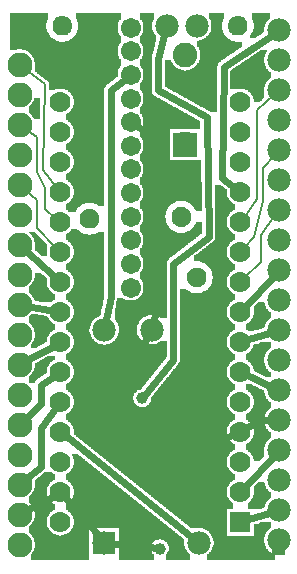
<source format=gbl>
G04 MADE WITH FRITZING*
G04 WWW.FRITZING.ORG*
G04 DOUBLE SIDED*
G04 HOLES PLATED*
G04 CONTOUR ON CENTER OF CONTOUR VECTOR*
%ASAXBY*%
%FSLAX23Y23*%
%MOIN*%
%OFA0B0*%
%SFA1.0B1.0*%
%ADD10C,0.075000*%
%ADD11C,0.083307*%
%ADD12C,0.078000*%
%ADD13C,0.039370*%
%ADD14C,0.082000*%
%ADD15C,0.070000*%
%ADD16C,0.067559*%
%ADD17R,0.078000X0.078000*%
%ADD18R,0.082000X0.082000*%
%ADD19R,0.069972X0.070000*%
%ADD20C,0.024000*%
%ADD21C,0.008000*%
%ADD22C,0.000100*%
%LNCOPPER0*%
G90*
G70*
G54D10*
X105Y1818D03*
X668Y1614D03*
X538Y1315D03*
X302Y291D03*
G54D11*
X71Y94D03*
X71Y194D03*
X71Y294D03*
X71Y394D03*
X71Y494D03*
X71Y594D03*
X71Y694D03*
X71Y794D03*
X71Y894D03*
X71Y994D03*
X71Y1094D03*
X71Y1194D03*
X71Y1294D03*
X71Y1394D03*
X71Y1494D03*
X71Y1594D03*
X71Y1694D03*
G54D12*
X935Y108D03*
X935Y208D03*
X935Y308D03*
X935Y408D03*
X935Y508D03*
X935Y608D03*
X935Y708D03*
X935Y808D03*
X935Y908D03*
X935Y1008D03*
X935Y1108D03*
X935Y1208D03*
X935Y1308D03*
X935Y1408D03*
X935Y1508D03*
X935Y1608D03*
X935Y1708D03*
X935Y1808D03*
X354Y101D03*
X669Y101D03*
X354Y809D03*
X511Y810D03*
G54D13*
X539Y81D03*
G54D14*
X623Y1428D03*
X623Y1726D03*
G54D15*
X807Y170D03*
X807Y270D03*
X807Y370D03*
X807Y470D03*
X807Y570D03*
X807Y670D03*
X807Y770D03*
X807Y870D03*
X807Y970D03*
X807Y1070D03*
X807Y1170D03*
X807Y1270D03*
X807Y1370D03*
X807Y1470D03*
X807Y1570D03*
X207Y170D03*
X207Y270D03*
X207Y370D03*
X207Y470D03*
X207Y570D03*
X207Y670D03*
X207Y770D03*
X207Y870D03*
X207Y970D03*
X207Y1070D03*
X207Y1170D03*
X207Y1270D03*
X207Y1370D03*
X207Y1470D03*
X207Y1570D03*
G54D16*
X441Y1817D03*
X441Y1739D03*
X441Y1660D03*
X441Y1581D03*
X441Y1502D03*
X441Y1424D03*
X441Y1345D03*
X441Y1266D03*
X441Y1187D03*
X441Y1109D03*
X441Y1030D03*
X441Y951D03*
X441Y1817D03*
X441Y1739D03*
X441Y1660D03*
X441Y1581D03*
X441Y1502D03*
X441Y1424D03*
X441Y1345D03*
X441Y1266D03*
X441Y1187D03*
X441Y1109D03*
X441Y1030D03*
X441Y951D03*
G54D12*
X562Y1823D03*
X662Y1823D03*
G54D13*
X480Y582D03*
G54D17*
X354Y101D03*
G54D18*
X623Y1427D03*
G54D19*
X807Y170D03*
G54D20*
X191Y261D02*
X89Y205D01*
D02*
X143Y483D02*
X196Y555D01*
D02*
X143Y353D02*
X143Y483D01*
D02*
X87Y308D02*
X143Y353D01*
D02*
X143Y627D02*
X192Y660D01*
D02*
X143Y562D02*
X143Y627D01*
D02*
X86Y509D02*
X143Y562D01*
D02*
X89Y705D02*
X191Y761D01*
D02*
X92Y890D02*
X189Y873D01*
D02*
X86Y1079D02*
X194Y982D01*
G54D21*
D02*
X129Y1148D02*
X194Y1082D01*
D02*
X129Y1244D02*
X129Y1148D01*
D02*
X87Y1280D02*
X129Y1244D01*
D02*
X148Y1343D02*
X196Y1284D01*
D02*
X155Y1628D02*
X148Y1343D01*
D02*
X88Y1681D02*
X155Y1628D01*
D02*
X155Y1213D02*
X193Y1181D01*
D02*
X155Y1283D02*
X155Y1213D01*
D02*
X129Y1336D02*
X155Y1283D01*
D02*
X129Y1452D02*
X129Y1336D01*
D02*
X88Y1481D02*
X129Y1452D01*
G54D20*
D02*
X823Y662D02*
X918Y616D01*
D02*
X824Y775D02*
X917Y803D01*
D02*
X922Y994D02*
X819Y883D01*
G54D21*
D02*
X876Y1127D02*
X924Y1193D01*
D02*
X876Y1037D02*
X876Y1127D01*
D02*
X820Y982D02*
X876Y1037D01*
D02*
X851Y1121D02*
X819Y1083D01*
D02*
X883Y1349D02*
X883Y1238D01*
D02*
X883Y1238D02*
X851Y1121D01*
D02*
X922Y1394D02*
X883Y1349D01*
D02*
X863Y1245D02*
X818Y1184D01*
D02*
X863Y1543D02*
X863Y1245D01*
D02*
X921Y1595D02*
X863Y1543D01*
G54D20*
D02*
X747Y1316D02*
X793Y1281D01*
D02*
X753Y1686D02*
X747Y1316D01*
D02*
X919Y1797D02*
X753Y1686D01*
D02*
X870Y510D02*
X916Y509D01*
D02*
X822Y479D02*
X870Y510D01*
D02*
X824Y175D02*
X917Y203D01*
D02*
X922Y394D02*
X819Y283D01*
D02*
X341Y115D02*
X219Y256D01*
D02*
X401Y477D02*
X584Y381D01*
D02*
X584Y381D02*
X790Y463D01*
D02*
X501Y794D02*
X401Y633D01*
D02*
X401Y633D02*
X401Y477D01*
D02*
X654Y112D02*
X221Y458D01*
D02*
X375Y1608D02*
X430Y1651D01*
D02*
X375Y920D02*
X375Y1608D01*
D02*
X357Y828D02*
X375Y920D01*
D02*
X539Y939D02*
X515Y828D01*
D02*
X539Y1440D02*
X539Y939D01*
D02*
X453Y1495D02*
X539Y1440D01*
D02*
X373Y99D02*
X531Y82D01*
D02*
X533Y1713D02*
X557Y1805D01*
D02*
X584Y711D02*
X584Y1030D01*
D02*
X533Y1608D02*
X533Y1713D01*
D02*
X696Y1518D02*
X533Y1608D01*
D02*
X702Y1121D02*
X696Y1518D01*
D02*
X584Y1030D02*
X702Y1121D01*
D02*
X485Y588D02*
X584Y711D01*
G54D22*
G36*
X40Y1866D02*
X40Y1770D01*
X204Y1770D01*
X204Y1772D01*
X196Y1772D01*
X196Y1774D01*
X192Y1774D01*
X192Y1776D01*
X188Y1776D01*
X188Y1778D01*
X184Y1778D01*
X184Y1780D01*
X182Y1780D01*
X182Y1782D01*
X180Y1782D01*
X180Y1784D01*
X176Y1784D01*
X176Y1786D01*
X174Y1786D01*
X174Y1790D01*
X172Y1790D01*
X172Y1792D01*
X170Y1792D01*
X170Y1794D01*
X168Y1794D01*
X168Y1798D01*
X166Y1798D01*
X166Y1802D01*
X164Y1802D01*
X164Y1806D01*
X162Y1806D01*
X162Y1814D01*
X160Y1814D01*
X160Y1832D01*
X162Y1832D01*
X162Y1840D01*
X164Y1840D01*
X164Y1844D01*
X166Y1844D01*
X166Y1866D01*
X40Y1866D01*
G37*
D02*
G36*
X260Y1866D02*
X260Y1846D01*
X262Y1846D01*
X262Y1842D01*
X264Y1842D01*
X264Y1836D01*
X266Y1836D01*
X266Y1810D01*
X264Y1810D01*
X264Y1804D01*
X262Y1804D01*
X262Y1800D01*
X260Y1800D01*
X260Y1796D01*
X258Y1796D01*
X258Y1792D01*
X256Y1792D01*
X256Y1790D01*
X254Y1790D01*
X254Y1788D01*
X252Y1788D01*
X252Y1786D01*
X250Y1786D01*
X250Y1784D01*
X248Y1784D01*
X248Y1782D01*
X246Y1782D01*
X246Y1780D01*
X242Y1780D01*
X242Y1778D01*
X240Y1778D01*
X240Y1776D01*
X236Y1776D01*
X236Y1774D01*
X230Y1774D01*
X230Y1772D01*
X224Y1772D01*
X224Y1770D01*
X410Y1770D01*
X410Y1788D01*
X408Y1788D01*
X408Y1790D01*
X406Y1790D01*
X406Y1792D01*
X404Y1792D01*
X404Y1796D01*
X402Y1796D01*
X402Y1800D01*
X400Y1800D01*
X400Y1806D01*
X398Y1806D01*
X398Y1830D01*
X400Y1830D01*
X400Y1836D01*
X402Y1836D01*
X402Y1838D01*
X404Y1838D01*
X404Y1842D01*
X406Y1842D01*
X406Y1844D01*
X408Y1844D01*
X408Y1866D01*
X260Y1866D01*
G37*
D02*
G36*
X40Y1770D02*
X40Y1768D01*
X410Y1768D01*
X410Y1770D01*
X40Y1770D01*
G37*
D02*
G36*
X40Y1770D02*
X40Y1768D01*
X410Y1768D01*
X410Y1770D01*
X40Y1770D01*
G37*
D02*
G36*
X40Y1768D02*
X40Y1746D01*
X80Y1746D01*
X80Y1744D01*
X88Y1744D01*
X88Y1742D01*
X92Y1742D01*
X92Y1740D01*
X96Y1740D01*
X96Y1738D01*
X100Y1738D01*
X100Y1736D01*
X102Y1736D01*
X102Y1734D01*
X104Y1734D01*
X104Y1732D01*
X106Y1732D01*
X106Y1730D01*
X108Y1730D01*
X108Y1728D01*
X110Y1728D01*
X110Y1726D01*
X112Y1726D01*
X112Y1724D01*
X114Y1724D01*
X114Y1720D01*
X116Y1720D01*
X116Y1716D01*
X118Y1716D01*
X118Y1712D01*
X120Y1712D01*
X120Y1704D01*
X122Y1704D01*
X122Y1670D01*
X126Y1670D01*
X126Y1668D01*
X128Y1668D01*
X128Y1666D01*
X130Y1666D01*
X130Y1664D01*
X134Y1664D01*
X134Y1662D01*
X136Y1662D01*
X136Y1660D01*
X138Y1660D01*
X138Y1658D01*
X140Y1658D01*
X140Y1656D01*
X144Y1656D01*
X144Y1654D01*
X146Y1654D01*
X146Y1652D01*
X148Y1652D01*
X148Y1650D01*
X150Y1650D01*
X150Y1648D01*
X154Y1648D01*
X154Y1646D01*
X156Y1646D01*
X156Y1644D01*
X158Y1644D01*
X158Y1642D01*
X162Y1642D01*
X162Y1640D01*
X164Y1640D01*
X164Y1638D01*
X166Y1638D01*
X166Y1636D01*
X168Y1636D01*
X168Y1630D01*
X170Y1630D01*
X170Y1622D01*
X168Y1622D01*
X168Y1614D01*
X218Y1614D01*
X218Y1612D01*
X224Y1612D01*
X224Y1610D01*
X228Y1610D01*
X228Y1608D01*
X232Y1608D01*
X232Y1606D01*
X234Y1606D01*
X234Y1604D01*
X238Y1604D01*
X238Y1602D01*
X240Y1602D01*
X240Y1598D01*
X242Y1598D01*
X242Y1596D01*
X244Y1596D01*
X244Y1594D01*
X246Y1594D01*
X246Y1590D01*
X248Y1590D01*
X248Y1586D01*
X250Y1586D01*
X250Y1578D01*
X252Y1578D01*
X252Y1560D01*
X250Y1560D01*
X250Y1554D01*
X248Y1554D01*
X248Y1550D01*
X246Y1550D01*
X246Y1546D01*
X244Y1546D01*
X244Y1544D01*
X242Y1544D01*
X242Y1540D01*
X240Y1540D01*
X240Y1538D01*
X238Y1538D01*
X238Y1536D01*
X236Y1536D01*
X236Y1534D01*
X232Y1534D01*
X232Y1532D01*
X230Y1532D01*
X230Y1530D01*
X226Y1530D01*
X226Y1510D01*
X228Y1510D01*
X228Y1508D01*
X232Y1508D01*
X232Y1506D01*
X234Y1506D01*
X234Y1504D01*
X238Y1504D01*
X238Y1502D01*
X240Y1502D01*
X240Y1498D01*
X242Y1498D01*
X242Y1496D01*
X244Y1496D01*
X244Y1494D01*
X246Y1494D01*
X246Y1490D01*
X248Y1490D01*
X248Y1486D01*
X250Y1486D01*
X250Y1478D01*
X252Y1478D01*
X252Y1460D01*
X250Y1460D01*
X250Y1454D01*
X248Y1454D01*
X248Y1450D01*
X246Y1450D01*
X246Y1446D01*
X244Y1446D01*
X244Y1444D01*
X242Y1444D01*
X242Y1440D01*
X240Y1440D01*
X240Y1438D01*
X238Y1438D01*
X238Y1436D01*
X236Y1436D01*
X236Y1434D01*
X232Y1434D01*
X232Y1432D01*
X230Y1432D01*
X230Y1430D01*
X226Y1430D01*
X226Y1410D01*
X228Y1410D01*
X228Y1408D01*
X232Y1408D01*
X232Y1406D01*
X234Y1406D01*
X234Y1404D01*
X238Y1404D01*
X238Y1402D01*
X240Y1402D01*
X240Y1398D01*
X242Y1398D01*
X242Y1396D01*
X244Y1396D01*
X244Y1394D01*
X246Y1394D01*
X246Y1390D01*
X248Y1390D01*
X248Y1386D01*
X250Y1386D01*
X250Y1378D01*
X252Y1378D01*
X252Y1360D01*
X250Y1360D01*
X250Y1354D01*
X248Y1354D01*
X248Y1350D01*
X246Y1350D01*
X246Y1346D01*
X244Y1346D01*
X244Y1344D01*
X242Y1344D01*
X242Y1340D01*
X240Y1340D01*
X240Y1338D01*
X238Y1338D01*
X238Y1336D01*
X236Y1336D01*
X236Y1334D01*
X232Y1334D01*
X232Y1332D01*
X230Y1332D01*
X230Y1330D01*
X226Y1330D01*
X226Y1310D01*
X228Y1310D01*
X228Y1308D01*
X232Y1308D01*
X232Y1306D01*
X234Y1306D01*
X234Y1304D01*
X238Y1304D01*
X238Y1302D01*
X240Y1302D01*
X240Y1298D01*
X242Y1298D01*
X242Y1296D01*
X244Y1296D01*
X244Y1294D01*
X246Y1294D01*
X246Y1290D01*
X248Y1290D01*
X248Y1286D01*
X250Y1286D01*
X250Y1278D01*
X252Y1278D01*
X252Y1260D01*
X250Y1260D01*
X250Y1254D01*
X248Y1254D01*
X248Y1250D01*
X246Y1250D01*
X246Y1246D01*
X244Y1246D01*
X244Y1244D01*
X242Y1244D01*
X242Y1240D01*
X240Y1240D01*
X240Y1238D01*
X238Y1238D01*
X238Y1236D01*
X236Y1236D01*
X236Y1234D01*
X306Y1234D01*
X306Y1232D01*
X318Y1232D01*
X318Y1230D01*
X324Y1230D01*
X324Y1228D01*
X328Y1228D01*
X328Y1226D01*
X332Y1226D01*
X332Y1224D01*
X354Y1224D01*
X354Y1616D01*
X356Y1616D01*
X356Y1620D01*
X358Y1620D01*
X358Y1624D01*
X360Y1624D01*
X360Y1626D01*
X364Y1626D01*
X364Y1628D01*
X366Y1628D01*
X366Y1630D01*
X368Y1630D01*
X368Y1632D01*
X370Y1632D01*
X370Y1634D01*
X374Y1634D01*
X374Y1636D01*
X376Y1636D01*
X376Y1638D01*
X378Y1638D01*
X378Y1640D01*
X382Y1640D01*
X382Y1642D01*
X384Y1642D01*
X384Y1644D01*
X386Y1644D01*
X386Y1646D01*
X388Y1646D01*
X388Y1648D01*
X392Y1648D01*
X392Y1650D01*
X394Y1650D01*
X394Y1652D01*
X396Y1652D01*
X396Y1654D01*
X398Y1654D01*
X398Y1672D01*
X400Y1672D01*
X400Y1678D01*
X402Y1678D01*
X402Y1682D01*
X404Y1682D01*
X404Y1684D01*
X406Y1684D01*
X406Y1688D01*
X408Y1688D01*
X408Y1690D01*
X410Y1690D01*
X410Y1710D01*
X408Y1710D01*
X408Y1712D01*
X406Y1712D01*
X406Y1714D01*
X404Y1714D01*
X404Y1718D01*
X402Y1718D01*
X402Y1722D01*
X400Y1722D01*
X400Y1728D01*
X398Y1728D01*
X398Y1750D01*
X400Y1750D01*
X400Y1756D01*
X402Y1756D01*
X402Y1760D01*
X404Y1760D01*
X404Y1764D01*
X406Y1764D01*
X406Y1766D01*
X408Y1766D01*
X408Y1768D01*
X40Y1768D01*
G37*
D02*
G36*
X40Y1746D02*
X40Y1744D01*
X62Y1744D01*
X62Y1746D01*
X40Y1746D01*
G37*
D02*
G36*
X168Y1614D02*
X168Y1610D01*
X190Y1610D01*
X190Y1612D01*
X196Y1612D01*
X196Y1614D01*
X168Y1614D01*
G37*
D02*
G36*
X232Y1234D02*
X232Y1232D01*
X230Y1232D01*
X230Y1230D01*
X226Y1230D01*
X226Y1210D01*
X228Y1210D01*
X228Y1208D01*
X232Y1208D01*
X232Y1206D01*
X234Y1206D01*
X234Y1204D01*
X258Y1204D01*
X258Y1206D01*
X260Y1206D01*
X260Y1210D01*
X262Y1210D01*
X262Y1212D01*
X264Y1212D01*
X264Y1216D01*
X266Y1216D01*
X266Y1218D01*
X268Y1218D01*
X268Y1220D01*
X272Y1220D01*
X272Y1222D01*
X274Y1222D01*
X274Y1224D01*
X276Y1224D01*
X276Y1226D01*
X280Y1226D01*
X280Y1228D01*
X284Y1228D01*
X284Y1230D01*
X290Y1230D01*
X290Y1232D01*
X302Y1232D01*
X302Y1234D01*
X232Y1234D01*
G37*
D02*
G36*
X846Y1866D02*
X846Y1844D01*
X848Y1844D01*
X848Y1840D01*
X850Y1840D01*
X850Y1832D01*
X852Y1832D01*
X852Y1814D01*
X850Y1814D01*
X850Y1806D01*
X848Y1806D01*
X848Y1802D01*
X846Y1802D01*
X846Y1798D01*
X844Y1798D01*
X844Y1794D01*
X842Y1794D01*
X842Y1792D01*
X840Y1792D01*
X840Y1790D01*
X838Y1790D01*
X838Y1782D01*
X858Y1782D01*
X858Y1784D01*
X860Y1784D01*
X860Y1786D01*
X864Y1786D01*
X864Y1788D01*
X866Y1788D01*
X866Y1790D01*
X870Y1790D01*
X870Y1792D01*
X872Y1792D01*
X872Y1794D01*
X876Y1794D01*
X876Y1796D01*
X878Y1796D01*
X878Y1798D01*
X882Y1798D01*
X882Y1800D01*
X884Y1800D01*
X884Y1802D01*
X886Y1802D01*
X886Y1818D01*
X888Y1818D01*
X888Y1824D01*
X890Y1824D01*
X890Y1830D01*
X892Y1830D01*
X892Y1834D01*
X894Y1834D01*
X894Y1836D01*
X896Y1836D01*
X896Y1838D01*
X898Y1838D01*
X898Y1842D01*
X900Y1842D01*
X900Y1844D01*
X902Y1844D01*
X902Y1846D01*
X906Y1846D01*
X906Y1866D01*
X846Y1866D01*
G37*
D02*
G36*
X204Y1856D02*
X204Y1854D01*
X198Y1854D01*
X198Y1852D01*
X194Y1852D01*
X194Y1850D01*
X192Y1850D01*
X192Y1848D01*
X190Y1848D01*
X190Y1846D01*
X188Y1846D01*
X188Y1844D01*
X186Y1844D01*
X186Y1840D01*
X184Y1840D01*
X184Y1836D01*
X182Y1836D01*
X182Y1810D01*
X184Y1810D01*
X184Y1806D01*
X186Y1806D01*
X186Y1804D01*
X188Y1804D01*
X188Y1800D01*
X190Y1800D01*
X190Y1798D01*
X194Y1798D01*
X194Y1796D01*
X196Y1796D01*
X196Y1794D01*
X200Y1794D01*
X200Y1792D01*
X228Y1792D01*
X228Y1794D01*
X232Y1794D01*
X232Y1796D01*
X234Y1796D01*
X234Y1798D01*
X236Y1798D01*
X236Y1800D01*
X238Y1800D01*
X238Y1802D01*
X240Y1802D01*
X240Y1804D01*
X242Y1804D01*
X242Y1808D01*
X244Y1808D01*
X244Y1812D01*
X246Y1812D01*
X246Y1834D01*
X244Y1834D01*
X244Y1838D01*
X242Y1838D01*
X242Y1842D01*
X240Y1842D01*
X240Y1844D01*
X238Y1844D01*
X238Y1846D01*
X236Y1846D01*
X236Y1848D01*
X234Y1848D01*
X234Y1850D01*
X232Y1850D01*
X232Y1852D01*
X228Y1852D01*
X228Y1854D01*
X224Y1854D01*
X224Y1856D01*
X204Y1856D01*
G37*
D02*
G36*
X788Y1856D02*
X788Y1854D01*
X784Y1854D01*
X784Y1852D01*
X780Y1852D01*
X780Y1850D01*
X778Y1850D01*
X778Y1848D01*
X776Y1848D01*
X776Y1846D01*
X774Y1846D01*
X774Y1844D01*
X772Y1844D01*
X772Y1842D01*
X770Y1842D01*
X770Y1838D01*
X768Y1838D01*
X768Y1834D01*
X766Y1834D01*
X766Y1812D01*
X768Y1812D01*
X768Y1808D01*
X770Y1808D01*
X770Y1804D01*
X772Y1804D01*
X772Y1802D01*
X774Y1802D01*
X774Y1800D01*
X776Y1800D01*
X776Y1798D01*
X778Y1798D01*
X778Y1796D01*
X780Y1796D01*
X780Y1794D01*
X784Y1794D01*
X784Y1792D01*
X812Y1792D01*
X812Y1794D01*
X816Y1794D01*
X816Y1796D01*
X818Y1796D01*
X818Y1798D01*
X822Y1798D01*
X822Y1800D01*
X824Y1800D01*
X824Y1804D01*
X826Y1804D01*
X826Y1806D01*
X828Y1806D01*
X828Y1810D01*
X830Y1810D01*
X830Y1836D01*
X828Y1836D01*
X828Y1840D01*
X826Y1840D01*
X826Y1844D01*
X824Y1844D01*
X824Y1846D01*
X822Y1846D01*
X822Y1848D01*
X820Y1848D01*
X820Y1850D01*
X818Y1850D01*
X818Y1852D01*
X814Y1852D01*
X814Y1854D01*
X808Y1854D01*
X808Y1856D01*
X788Y1856D01*
G37*
D02*
G36*
X876Y1744D02*
X876Y1742D01*
X874Y1742D01*
X874Y1740D01*
X870Y1740D01*
X870Y1738D01*
X868Y1738D01*
X868Y1736D01*
X864Y1736D01*
X864Y1734D01*
X862Y1734D01*
X862Y1732D01*
X858Y1732D01*
X858Y1730D01*
X856Y1730D01*
X856Y1728D01*
X854Y1728D01*
X854Y1726D01*
X850Y1726D01*
X850Y1724D01*
X848Y1724D01*
X848Y1722D01*
X844Y1722D01*
X844Y1720D01*
X842Y1720D01*
X842Y1718D01*
X838Y1718D01*
X838Y1716D01*
X836Y1716D01*
X836Y1714D01*
X832Y1714D01*
X832Y1712D01*
X830Y1712D01*
X830Y1710D01*
X826Y1710D01*
X826Y1708D01*
X824Y1708D01*
X824Y1706D01*
X820Y1706D01*
X820Y1704D01*
X818Y1704D01*
X818Y1702D01*
X814Y1702D01*
X814Y1700D01*
X812Y1700D01*
X812Y1698D01*
X808Y1698D01*
X808Y1696D01*
X806Y1696D01*
X806Y1694D01*
X802Y1694D01*
X802Y1692D01*
X800Y1692D01*
X800Y1690D01*
X796Y1690D01*
X796Y1688D01*
X794Y1688D01*
X794Y1686D01*
X790Y1686D01*
X790Y1684D01*
X788Y1684D01*
X788Y1682D01*
X784Y1682D01*
X784Y1680D01*
X782Y1680D01*
X782Y1678D01*
X778Y1678D01*
X778Y1676D01*
X776Y1676D01*
X776Y1674D01*
X774Y1674D01*
X774Y1614D01*
X818Y1614D01*
X818Y1612D01*
X824Y1612D01*
X824Y1610D01*
X828Y1610D01*
X828Y1608D01*
X832Y1608D01*
X832Y1606D01*
X834Y1606D01*
X834Y1604D01*
X838Y1604D01*
X838Y1602D01*
X840Y1602D01*
X840Y1598D01*
X842Y1598D01*
X842Y1596D01*
X844Y1596D01*
X844Y1594D01*
X846Y1594D01*
X846Y1590D01*
X848Y1590D01*
X848Y1586D01*
X850Y1586D01*
X850Y1578D01*
X852Y1578D01*
X852Y1570D01*
X872Y1570D01*
X872Y1572D01*
X874Y1572D01*
X874Y1574D01*
X878Y1574D01*
X878Y1576D01*
X880Y1576D01*
X880Y1578D01*
X882Y1578D01*
X882Y1580D01*
X884Y1580D01*
X884Y1582D01*
X886Y1582D01*
X886Y1618D01*
X888Y1618D01*
X888Y1624D01*
X890Y1624D01*
X890Y1630D01*
X892Y1630D01*
X892Y1634D01*
X894Y1634D01*
X894Y1636D01*
X896Y1636D01*
X896Y1638D01*
X898Y1638D01*
X898Y1642D01*
X900Y1642D01*
X900Y1644D01*
X902Y1644D01*
X902Y1646D01*
X906Y1646D01*
X906Y1648D01*
X908Y1648D01*
X908Y1668D01*
X906Y1668D01*
X906Y1670D01*
X904Y1670D01*
X904Y1672D01*
X902Y1672D01*
X902Y1674D01*
X900Y1674D01*
X900Y1676D01*
X898Y1676D01*
X898Y1678D01*
X896Y1678D01*
X896Y1680D01*
X894Y1680D01*
X894Y1684D01*
X892Y1684D01*
X892Y1688D01*
X890Y1688D01*
X890Y1692D01*
X888Y1692D01*
X888Y1698D01*
X886Y1698D01*
X886Y1718D01*
X888Y1718D01*
X888Y1724D01*
X890Y1724D01*
X890Y1730D01*
X892Y1730D01*
X892Y1734D01*
X894Y1734D01*
X894Y1736D01*
X896Y1736D01*
X896Y1744D01*
X876Y1744D01*
G37*
D02*
G36*
X774Y1614D02*
X774Y1612D01*
X796Y1612D01*
X796Y1614D01*
X774Y1614D01*
G37*
D02*
G36*
X704Y1866D02*
X704Y1846D01*
X706Y1846D01*
X706Y1842D01*
X708Y1842D01*
X708Y1836D01*
X710Y1836D01*
X710Y1810D01*
X708Y1810D01*
X708Y1804D01*
X706Y1804D01*
X706Y1800D01*
X704Y1800D01*
X704Y1796D01*
X702Y1796D01*
X702Y1794D01*
X700Y1794D01*
X700Y1792D01*
X698Y1792D01*
X698Y1790D01*
X696Y1790D01*
X696Y1788D01*
X694Y1788D01*
X694Y1786D01*
X692Y1786D01*
X692Y1784D01*
X690Y1784D01*
X690Y1782D01*
X686Y1782D01*
X686Y1780D01*
X682Y1780D01*
X682Y1778D01*
X678Y1778D01*
X678Y1776D01*
X670Y1776D01*
X670Y1774D01*
X664Y1774D01*
X664Y1754D01*
X666Y1754D01*
X666Y1752D01*
X668Y1752D01*
X668Y1748D01*
X670Y1748D01*
X670Y1742D01*
X672Y1742D01*
X672Y1736D01*
X674Y1736D01*
X674Y1716D01*
X672Y1716D01*
X672Y1708D01*
X670Y1708D01*
X670Y1704D01*
X668Y1704D01*
X668Y1700D01*
X666Y1700D01*
X666Y1698D01*
X664Y1698D01*
X664Y1694D01*
X662Y1694D01*
X662Y1692D01*
X660Y1692D01*
X660Y1690D01*
X658Y1690D01*
X658Y1688D01*
X656Y1688D01*
X656Y1686D01*
X654Y1686D01*
X654Y1684D01*
X650Y1684D01*
X650Y1682D01*
X646Y1682D01*
X646Y1680D01*
X644Y1680D01*
X644Y1678D01*
X638Y1678D01*
X638Y1676D01*
X626Y1676D01*
X626Y1674D01*
X730Y1674D01*
X730Y1688D01*
X732Y1688D01*
X732Y1696D01*
X734Y1696D01*
X734Y1700D01*
X736Y1700D01*
X736Y1702D01*
X738Y1702D01*
X738Y1704D01*
X742Y1704D01*
X742Y1706D01*
X744Y1706D01*
X744Y1708D01*
X746Y1708D01*
X746Y1710D01*
X750Y1710D01*
X750Y1712D01*
X752Y1712D01*
X752Y1714D01*
X756Y1714D01*
X756Y1716D01*
X758Y1716D01*
X758Y1718D01*
X762Y1718D01*
X762Y1720D01*
X764Y1720D01*
X764Y1722D01*
X768Y1722D01*
X768Y1724D01*
X770Y1724D01*
X770Y1726D01*
X774Y1726D01*
X774Y1728D01*
X776Y1728D01*
X776Y1730D01*
X780Y1730D01*
X780Y1732D01*
X782Y1732D01*
X782Y1734D01*
X786Y1734D01*
X786Y1736D01*
X788Y1736D01*
X788Y1738D01*
X792Y1738D01*
X792Y1740D01*
X794Y1740D01*
X794Y1742D01*
X798Y1742D01*
X798Y1744D01*
X800Y1744D01*
X800Y1746D01*
X804Y1746D01*
X804Y1748D01*
X806Y1748D01*
X806Y1750D01*
X810Y1750D01*
X810Y1752D01*
X812Y1752D01*
X812Y1770D01*
X788Y1770D01*
X788Y1772D01*
X782Y1772D01*
X782Y1774D01*
X776Y1774D01*
X776Y1776D01*
X772Y1776D01*
X772Y1778D01*
X770Y1778D01*
X770Y1780D01*
X766Y1780D01*
X766Y1782D01*
X764Y1782D01*
X764Y1784D01*
X762Y1784D01*
X762Y1786D01*
X760Y1786D01*
X760Y1788D01*
X758Y1788D01*
X758Y1790D01*
X756Y1790D01*
X756Y1792D01*
X754Y1792D01*
X754Y1796D01*
X752Y1796D01*
X752Y1800D01*
X750Y1800D01*
X750Y1804D01*
X748Y1804D01*
X748Y1810D01*
X746Y1810D01*
X746Y1836D01*
X748Y1836D01*
X748Y1842D01*
X750Y1842D01*
X750Y1846D01*
X752Y1846D01*
X752Y1866D01*
X704Y1866D01*
G37*
D02*
G36*
X556Y1708D02*
X556Y1674D01*
X620Y1674D01*
X620Y1676D01*
X608Y1676D01*
X608Y1678D01*
X602Y1678D01*
X602Y1680D01*
X600Y1680D01*
X600Y1682D01*
X596Y1682D01*
X596Y1684D01*
X592Y1684D01*
X592Y1686D01*
X590Y1686D01*
X590Y1688D01*
X588Y1688D01*
X588Y1690D01*
X586Y1690D01*
X586Y1692D01*
X584Y1692D01*
X584Y1694D01*
X582Y1694D01*
X582Y1698D01*
X580Y1698D01*
X580Y1700D01*
X578Y1700D01*
X578Y1704D01*
X576Y1704D01*
X576Y1708D01*
X556Y1708D01*
G37*
D02*
G36*
X556Y1674D02*
X556Y1672D01*
X730Y1672D01*
X730Y1674D01*
X556Y1674D01*
G37*
D02*
G36*
X556Y1674D02*
X556Y1672D01*
X730Y1672D01*
X730Y1674D01*
X556Y1674D01*
G37*
D02*
G36*
X556Y1672D02*
X556Y1620D01*
X560Y1620D01*
X560Y1618D01*
X562Y1618D01*
X562Y1616D01*
X566Y1616D01*
X566Y1614D01*
X570Y1614D01*
X570Y1612D01*
X574Y1612D01*
X574Y1610D01*
X578Y1610D01*
X578Y1608D01*
X580Y1608D01*
X580Y1606D01*
X584Y1606D01*
X584Y1604D01*
X588Y1604D01*
X588Y1602D01*
X592Y1602D01*
X592Y1600D01*
X596Y1600D01*
X596Y1598D01*
X598Y1598D01*
X598Y1596D01*
X602Y1596D01*
X602Y1594D01*
X606Y1594D01*
X606Y1592D01*
X610Y1592D01*
X610Y1590D01*
X614Y1590D01*
X614Y1588D01*
X616Y1588D01*
X616Y1586D01*
X620Y1586D01*
X620Y1584D01*
X624Y1584D01*
X624Y1582D01*
X628Y1582D01*
X628Y1580D01*
X632Y1580D01*
X632Y1578D01*
X634Y1578D01*
X634Y1576D01*
X638Y1576D01*
X638Y1574D01*
X642Y1574D01*
X642Y1572D01*
X646Y1572D01*
X646Y1570D01*
X650Y1570D01*
X650Y1568D01*
X652Y1568D01*
X652Y1566D01*
X656Y1566D01*
X656Y1564D01*
X660Y1564D01*
X660Y1562D01*
X664Y1562D01*
X664Y1560D01*
X668Y1560D01*
X668Y1558D01*
X670Y1558D01*
X670Y1556D01*
X674Y1556D01*
X674Y1554D01*
X678Y1554D01*
X678Y1552D01*
X682Y1552D01*
X682Y1550D01*
X686Y1550D01*
X686Y1548D01*
X688Y1548D01*
X688Y1546D01*
X692Y1546D01*
X692Y1544D01*
X696Y1544D01*
X696Y1542D01*
X700Y1542D01*
X700Y1540D01*
X704Y1540D01*
X704Y1538D01*
X706Y1538D01*
X706Y1536D01*
X728Y1536D01*
X728Y1570D01*
X730Y1570D01*
X730Y1672D01*
X556Y1672D01*
G37*
D02*
G36*
X120Y1584D02*
X120Y1576D01*
X118Y1576D01*
X118Y1572D01*
X116Y1572D01*
X116Y1568D01*
X114Y1568D01*
X114Y1566D01*
X112Y1566D01*
X112Y1562D01*
X110Y1562D01*
X110Y1560D01*
X108Y1560D01*
X108Y1558D01*
X106Y1558D01*
X106Y1556D01*
X104Y1556D01*
X104Y1554D01*
X102Y1554D01*
X102Y1534D01*
X104Y1534D01*
X104Y1532D01*
X106Y1532D01*
X106Y1530D01*
X108Y1530D01*
X108Y1528D01*
X110Y1528D01*
X110Y1526D01*
X112Y1526D01*
X112Y1524D01*
X114Y1524D01*
X114Y1520D01*
X116Y1520D01*
X116Y1516D01*
X118Y1516D01*
X118Y1512D01*
X138Y1512D01*
X138Y1542D01*
X140Y1542D01*
X140Y1584D01*
X120Y1584D01*
G37*
D02*
G36*
X596Y1218D02*
X596Y1216D01*
X594Y1216D01*
X594Y1214D01*
X590Y1214D01*
X590Y1212D01*
X588Y1212D01*
X588Y1210D01*
X586Y1210D01*
X586Y1208D01*
X584Y1208D01*
X584Y1206D01*
X582Y1206D01*
X582Y1202D01*
X580Y1202D01*
X580Y1198D01*
X578Y1198D01*
X578Y1174D01*
X580Y1174D01*
X580Y1170D01*
X582Y1170D01*
X582Y1166D01*
X584Y1166D01*
X584Y1164D01*
X586Y1164D01*
X586Y1162D01*
X588Y1162D01*
X588Y1160D01*
X590Y1160D01*
X590Y1158D01*
X594Y1158D01*
X594Y1156D01*
X598Y1156D01*
X598Y1154D01*
X622Y1154D01*
X622Y1156D01*
X626Y1156D01*
X626Y1158D01*
X630Y1158D01*
X630Y1160D01*
X632Y1160D01*
X632Y1162D01*
X634Y1162D01*
X634Y1164D01*
X636Y1164D01*
X636Y1166D01*
X638Y1166D01*
X638Y1170D01*
X640Y1170D01*
X640Y1174D01*
X642Y1174D01*
X642Y1198D01*
X640Y1198D01*
X640Y1202D01*
X638Y1202D01*
X638Y1206D01*
X636Y1206D01*
X636Y1208D01*
X634Y1208D01*
X634Y1210D01*
X632Y1210D01*
X632Y1212D01*
X630Y1212D01*
X630Y1214D01*
X626Y1214D01*
X626Y1216D01*
X624Y1216D01*
X624Y1218D01*
X596Y1218D01*
G37*
D02*
G36*
X292Y1212D02*
X292Y1210D01*
X288Y1210D01*
X288Y1208D01*
X286Y1208D01*
X286Y1206D01*
X282Y1206D01*
X282Y1204D01*
X280Y1204D01*
X280Y1202D01*
X278Y1202D01*
X278Y1198D01*
X276Y1198D01*
X276Y1196D01*
X274Y1196D01*
X274Y1190D01*
X272Y1190D01*
X272Y1168D01*
X274Y1168D01*
X274Y1164D01*
X276Y1164D01*
X276Y1160D01*
X278Y1160D01*
X278Y1158D01*
X280Y1158D01*
X280Y1156D01*
X282Y1156D01*
X282Y1154D01*
X284Y1154D01*
X284Y1152D01*
X288Y1152D01*
X288Y1150D01*
X292Y1150D01*
X292Y1148D01*
X318Y1148D01*
X318Y1150D01*
X322Y1150D01*
X322Y1152D01*
X324Y1152D01*
X324Y1154D01*
X326Y1154D01*
X326Y1156D01*
X328Y1156D01*
X328Y1158D01*
X330Y1158D01*
X330Y1160D01*
X332Y1160D01*
X332Y1162D01*
X334Y1162D01*
X334Y1166D01*
X336Y1166D01*
X336Y1194D01*
X334Y1194D01*
X334Y1198D01*
X332Y1198D01*
X332Y1200D01*
X330Y1200D01*
X330Y1202D01*
X328Y1202D01*
X328Y1204D01*
X326Y1204D01*
X326Y1206D01*
X324Y1206D01*
X324Y1208D01*
X320Y1208D01*
X320Y1210D01*
X316Y1210D01*
X316Y1212D01*
X292Y1212D01*
G37*
D02*
G36*
X474Y1866D02*
X474Y1844D01*
X476Y1844D01*
X476Y1842D01*
X478Y1842D01*
X478Y1838D01*
X480Y1838D01*
X480Y1836D01*
X482Y1836D01*
X482Y1830D01*
X484Y1830D01*
X484Y1806D01*
X482Y1806D01*
X482Y1800D01*
X480Y1800D01*
X480Y1796D01*
X478Y1796D01*
X478Y1792D01*
X476Y1792D01*
X476Y1790D01*
X474Y1790D01*
X474Y1788D01*
X472Y1788D01*
X472Y1768D01*
X474Y1768D01*
X474Y1766D01*
X476Y1766D01*
X476Y1764D01*
X478Y1764D01*
X478Y1760D01*
X480Y1760D01*
X480Y1756D01*
X482Y1756D01*
X482Y1750D01*
X484Y1750D01*
X484Y1728D01*
X482Y1728D01*
X482Y1722D01*
X480Y1722D01*
X480Y1718D01*
X478Y1718D01*
X478Y1714D01*
X476Y1714D01*
X476Y1712D01*
X474Y1712D01*
X474Y1710D01*
X472Y1710D01*
X472Y1690D01*
X474Y1690D01*
X474Y1688D01*
X476Y1688D01*
X476Y1684D01*
X478Y1684D01*
X478Y1682D01*
X480Y1682D01*
X480Y1678D01*
X482Y1678D01*
X482Y1672D01*
X484Y1672D01*
X484Y1648D01*
X482Y1648D01*
X482Y1642D01*
X480Y1642D01*
X480Y1638D01*
X478Y1638D01*
X478Y1636D01*
X476Y1636D01*
X476Y1632D01*
X474Y1632D01*
X474Y1608D01*
X476Y1608D01*
X476Y1606D01*
X478Y1606D01*
X478Y1602D01*
X480Y1602D01*
X480Y1598D01*
X482Y1598D01*
X482Y1592D01*
X484Y1592D01*
X484Y1570D01*
X482Y1570D01*
X482Y1564D01*
X480Y1564D01*
X480Y1560D01*
X478Y1560D01*
X478Y1556D01*
X476Y1556D01*
X476Y1554D01*
X474Y1554D01*
X474Y1552D01*
X472Y1552D01*
X472Y1532D01*
X474Y1532D01*
X474Y1530D01*
X476Y1530D01*
X476Y1528D01*
X478Y1528D01*
X478Y1524D01*
X480Y1524D01*
X480Y1520D01*
X482Y1520D01*
X482Y1514D01*
X484Y1514D01*
X484Y1492D01*
X482Y1492D01*
X482Y1484D01*
X480Y1484D01*
X480Y1482D01*
X478Y1482D01*
X478Y1478D01*
X476Y1478D01*
X476Y1476D01*
X474Y1476D01*
X474Y1452D01*
X476Y1452D01*
X476Y1448D01*
X478Y1448D01*
X478Y1446D01*
X480Y1446D01*
X480Y1442D01*
X482Y1442D01*
X482Y1436D01*
X484Y1436D01*
X484Y1412D01*
X482Y1412D01*
X482Y1406D01*
X480Y1406D01*
X480Y1402D01*
X478Y1402D01*
X478Y1400D01*
X476Y1400D01*
X476Y1396D01*
X474Y1396D01*
X474Y1394D01*
X472Y1394D01*
X472Y1374D01*
X474Y1374D01*
X474Y1372D01*
X476Y1372D01*
X476Y1370D01*
X478Y1370D01*
X478Y1366D01*
X480Y1366D01*
X480Y1362D01*
X482Y1362D01*
X482Y1356D01*
X484Y1356D01*
X484Y1334D01*
X482Y1334D01*
X482Y1328D01*
X480Y1328D01*
X480Y1324D01*
X478Y1324D01*
X478Y1320D01*
X476Y1320D01*
X476Y1318D01*
X474Y1318D01*
X474Y1316D01*
X472Y1316D01*
X472Y1296D01*
X474Y1296D01*
X474Y1294D01*
X476Y1294D01*
X476Y1292D01*
X478Y1292D01*
X478Y1288D01*
X480Y1288D01*
X480Y1284D01*
X482Y1284D01*
X482Y1278D01*
X484Y1278D01*
X484Y1254D01*
X482Y1254D01*
X482Y1248D01*
X480Y1248D01*
X480Y1246D01*
X478Y1246D01*
X478Y1242D01*
X476Y1242D01*
X476Y1240D01*
X618Y1240D01*
X618Y1238D01*
X626Y1238D01*
X626Y1236D01*
X632Y1236D01*
X632Y1234D01*
X634Y1234D01*
X634Y1232D01*
X638Y1232D01*
X638Y1230D01*
X642Y1230D01*
X642Y1228D01*
X644Y1228D01*
X644Y1226D01*
X646Y1226D01*
X646Y1224D01*
X648Y1224D01*
X648Y1222D01*
X650Y1222D01*
X650Y1220D01*
X652Y1220D01*
X652Y1218D01*
X654Y1218D01*
X654Y1214D01*
X656Y1214D01*
X656Y1210D01*
X658Y1210D01*
X658Y1206D01*
X678Y1206D01*
X678Y1302D01*
X676Y1302D01*
X676Y1376D01*
X572Y1376D01*
X572Y1478D01*
X674Y1478D01*
X674Y1506D01*
X670Y1506D01*
X670Y1508D01*
X666Y1508D01*
X666Y1510D01*
X664Y1510D01*
X664Y1512D01*
X660Y1512D01*
X660Y1514D01*
X656Y1514D01*
X656Y1516D01*
X652Y1516D01*
X652Y1518D01*
X648Y1518D01*
X648Y1520D01*
X646Y1520D01*
X646Y1522D01*
X642Y1522D01*
X642Y1524D01*
X638Y1524D01*
X638Y1526D01*
X634Y1526D01*
X634Y1528D01*
X630Y1528D01*
X630Y1530D01*
X628Y1530D01*
X628Y1532D01*
X624Y1532D01*
X624Y1534D01*
X620Y1534D01*
X620Y1536D01*
X616Y1536D01*
X616Y1538D01*
X612Y1538D01*
X612Y1540D01*
X610Y1540D01*
X610Y1542D01*
X606Y1542D01*
X606Y1544D01*
X602Y1544D01*
X602Y1546D01*
X598Y1546D01*
X598Y1548D01*
X594Y1548D01*
X594Y1550D01*
X592Y1550D01*
X592Y1552D01*
X588Y1552D01*
X588Y1554D01*
X584Y1554D01*
X584Y1556D01*
X580Y1556D01*
X580Y1558D01*
X576Y1558D01*
X576Y1560D01*
X574Y1560D01*
X574Y1562D01*
X570Y1562D01*
X570Y1564D01*
X566Y1564D01*
X566Y1566D01*
X562Y1566D01*
X562Y1568D01*
X558Y1568D01*
X558Y1570D01*
X556Y1570D01*
X556Y1572D01*
X552Y1572D01*
X552Y1574D01*
X548Y1574D01*
X548Y1576D01*
X544Y1576D01*
X544Y1578D01*
X540Y1578D01*
X540Y1580D01*
X538Y1580D01*
X538Y1582D01*
X534Y1582D01*
X534Y1584D01*
X530Y1584D01*
X530Y1586D01*
X526Y1586D01*
X526Y1588D01*
X522Y1588D01*
X522Y1590D01*
X520Y1590D01*
X520Y1592D01*
X518Y1592D01*
X518Y1594D01*
X516Y1594D01*
X516Y1596D01*
X514Y1596D01*
X514Y1600D01*
X512Y1600D01*
X512Y1724D01*
X514Y1724D01*
X514Y1730D01*
X516Y1730D01*
X516Y1738D01*
X518Y1738D01*
X518Y1746D01*
X520Y1746D01*
X520Y1754D01*
X522Y1754D01*
X522Y1762D01*
X524Y1762D01*
X524Y1768D01*
X526Y1768D01*
X526Y1792D01*
X524Y1792D01*
X524Y1794D01*
X522Y1794D01*
X522Y1796D01*
X520Y1796D01*
X520Y1800D01*
X518Y1800D01*
X518Y1804D01*
X516Y1804D01*
X516Y1810D01*
X514Y1810D01*
X514Y1836D01*
X516Y1836D01*
X516Y1842D01*
X518Y1842D01*
X518Y1846D01*
X520Y1846D01*
X520Y1866D01*
X474Y1866D01*
G37*
D02*
G36*
X722Y1294D02*
X722Y1170D01*
X724Y1170D01*
X724Y1116D01*
X722Y1116D01*
X722Y1110D01*
X720Y1110D01*
X720Y1108D01*
X718Y1108D01*
X718Y1106D01*
X716Y1106D01*
X716Y1104D01*
X714Y1104D01*
X714Y1102D01*
X712Y1102D01*
X712Y1100D01*
X710Y1100D01*
X710Y1098D01*
X706Y1098D01*
X706Y1096D01*
X704Y1096D01*
X704Y1094D01*
X702Y1094D01*
X702Y1092D01*
X698Y1092D01*
X698Y1090D01*
X696Y1090D01*
X696Y1088D01*
X694Y1088D01*
X694Y1086D01*
X692Y1086D01*
X692Y1084D01*
X688Y1084D01*
X688Y1082D01*
X686Y1082D01*
X686Y1080D01*
X684Y1080D01*
X684Y1078D01*
X680Y1078D01*
X680Y1076D01*
X678Y1076D01*
X678Y1074D01*
X676Y1074D01*
X676Y1072D01*
X672Y1072D01*
X672Y1070D01*
X670Y1070D01*
X670Y1068D01*
X668Y1068D01*
X668Y1066D01*
X666Y1066D01*
X666Y1064D01*
X662Y1064D01*
X662Y1062D01*
X660Y1062D01*
X660Y1060D01*
X658Y1060D01*
X658Y1058D01*
X654Y1058D01*
X654Y1038D01*
X672Y1038D01*
X672Y1036D01*
X680Y1036D01*
X680Y1034D01*
X684Y1034D01*
X684Y1032D01*
X688Y1032D01*
X688Y1030D01*
X692Y1030D01*
X692Y1028D01*
X694Y1028D01*
X694Y1026D01*
X696Y1026D01*
X696Y1024D01*
X700Y1024D01*
X700Y1020D01*
X702Y1020D01*
X702Y1018D01*
X704Y1018D01*
X704Y1016D01*
X706Y1016D01*
X706Y1012D01*
X708Y1012D01*
X708Y1010D01*
X710Y1010D01*
X710Y1006D01*
X712Y1006D01*
X712Y1000D01*
X714Y1000D01*
X714Y990D01*
X716Y990D01*
X716Y980D01*
X714Y980D01*
X714Y970D01*
X712Y970D01*
X712Y964D01*
X710Y964D01*
X710Y960D01*
X708Y960D01*
X708Y956D01*
X706Y956D01*
X706Y954D01*
X704Y954D01*
X704Y952D01*
X702Y952D01*
X702Y948D01*
X700Y948D01*
X700Y946D01*
X698Y946D01*
X698Y944D01*
X694Y944D01*
X694Y942D01*
X692Y942D01*
X692Y940D01*
X688Y940D01*
X688Y938D01*
X684Y938D01*
X684Y936D01*
X680Y936D01*
X680Y934D01*
X674Y934D01*
X674Y932D01*
X782Y932D01*
X782Y934D01*
X778Y934D01*
X778Y936D01*
X776Y936D01*
X776Y938D01*
X774Y938D01*
X774Y940D01*
X772Y940D01*
X772Y944D01*
X770Y944D01*
X770Y946D01*
X768Y946D01*
X768Y950D01*
X766Y950D01*
X766Y954D01*
X764Y954D01*
X764Y960D01*
X762Y960D01*
X762Y978D01*
X764Y978D01*
X764Y986D01*
X766Y986D01*
X766Y990D01*
X768Y990D01*
X768Y994D01*
X770Y994D01*
X770Y996D01*
X772Y996D01*
X772Y998D01*
X774Y998D01*
X774Y1002D01*
X776Y1002D01*
X776Y1004D01*
X780Y1004D01*
X780Y1006D01*
X782Y1006D01*
X782Y1008D01*
X786Y1008D01*
X786Y1010D01*
X788Y1010D01*
X788Y1030D01*
X784Y1030D01*
X784Y1032D01*
X782Y1032D01*
X782Y1034D01*
X778Y1034D01*
X778Y1036D01*
X776Y1036D01*
X776Y1038D01*
X774Y1038D01*
X774Y1040D01*
X772Y1040D01*
X772Y1044D01*
X770Y1044D01*
X770Y1046D01*
X768Y1046D01*
X768Y1050D01*
X766Y1050D01*
X766Y1054D01*
X764Y1054D01*
X764Y1060D01*
X762Y1060D01*
X762Y1078D01*
X764Y1078D01*
X764Y1086D01*
X766Y1086D01*
X766Y1090D01*
X768Y1090D01*
X768Y1094D01*
X770Y1094D01*
X770Y1096D01*
X772Y1096D01*
X772Y1098D01*
X774Y1098D01*
X774Y1102D01*
X776Y1102D01*
X776Y1104D01*
X780Y1104D01*
X780Y1106D01*
X782Y1106D01*
X782Y1108D01*
X786Y1108D01*
X786Y1110D01*
X788Y1110D01*
X788Y1130D01*
X784Y1130D01*
X784Y1132D01*
X782Y1132D01*
X782Y1134D01*
X778Y1134D01*
X778Y1136D01*
X776Y1136D01*
X776Y1138D01*
X774Y1138D01*
X774Y1140D01*
X772Y1140D01*
X772Y1144D01*
X770Y1144D01*
X770Y1146D01*
X768Y1146D01*
X768Y1150D01*
X766Y1150D01*
X766Y1154D01*
X764Y1154D01*
X764Y1160D01*
X762Y1160D01*
X762Y1178D01*
X764Y1178D01*
X764Y1186D01*
X766Y1186D01*
X766Y1190D01*
X768Y1190D01*
X768Y1194D01*
X770Y1194D01*
X770Y1196D01*
X772Y1196D01*
X772Y1198D01*
X774Y1198D01*
X774Y1202D01*
X776Y1202D01*
X776Y1204D01*
X780Y1204D01*
X780Y1206D01*
X782Y1206D01*
X782Y1208D01*
X786Y1208D01*
X786Y1210D01*
X788Y1210D01*
X788Y1230D01*
X784Y1230D01*
X784Y1232D01*
X782Y1232D01*
X782Y1234D01*
X778Y1234D01*
X778Y1236D01*
X776Y1236D01*
X776Y1238D01*
X774Y1238D01*
X774Y1240D01*
X772Y1240D01*
X772Y1244D01*
X770Y1244D01*
X770Y1246D01*
X768Y1246D01*
X768Y1250D01*
X766Y1250D01*
X766Y1254D01*
X764Y1254D01*
X764Y1260D01*
X762Y1260D01*
X762Y1278D01*
X760Y1278D01*
X760Y1280D01*
X756Y1280D01*
X756Y1282D01*
X754Y1282D01*
X754Y1284D01*
X752Y1284D01*
X752Y1286D01*
X748Y1286D01*
X748Y1288D01*
X746Y1288D01*
X746Y1290D01*
X744Y1290D01*
X744Y1292D01*
X742Y1292D01*
X742Y1294D01*
X722Y1294D01*
G37*
D02*
G36*
X474Y1240D02*
X474Y1214D01*
X476Y1214D01*
X476Y1212D01*
X478Y1212D01*
X478Y1208D01*
X480Y1208D01*
X480Y1206D01*
X482Y1206D01*
X482Y1200D01*
X484Y1200D01*
X484Y1176D01*
X482Y1176D01*
X482Y1170D01*
X480Y1170D01*
X480Y1166D01*
X478Y1166D01*
X478Y1162D01*
X476Y1162D01*
X476Y1160D01*
X474Y1160D01*
X474Y1158D01*
X472Y1158D01*
X472Y1138D01*
X474Y1138D01*
X474Y1136D01*
X476Y1136D01*
X476Y1134D01*
X596Y1134D01*
X596Y1136D01*
X590Y1136D01*
X590Y1138D01*
X586Y1138D01*
X586Y1140D01*
X582Y1140D01*
X582Y1142D01*
X580Y1142D01*
X580Y1144D01*
X576Y1144D01*
X576Y1146D01*
X574Y1146D01*
X574Y1148D01*
X572Y1148D01*
X572Y1150D01*
X570Y1150D01*
X570Y1152D01*
X568Y1152D01*
X568Y1156D01*
X566Y1156D01*
X566Y1158D01*
X564Y1158D01*
X564Y1162D01*
X562Y1162D01*
X562Y1166D01*
X560Y1166D01*
X560Y1172D01*
X558Y1172D01*
X558Y1182D01*
X556Y1182D01*
X556Y1192D01*
X558Y1192D01*
X558Y1202D01*
X560Y1202D01*
X560Y1206D01*
X562Y1206D01*
X562Y1210D01*
X564Y1210D01*
X564Y1214D01*
X566Y1214D01*
X566Y1218D01*
X568Y1218D01*
X568Y1220D01*
X570Y1220D01*
X570Y1222D01*
X572Y1222D01*
X572Y1224D01*
X574Y1224D01*
X574Y1226D01*
X576Y1226D01*
X576Y1228D01*
X578Y1228D01*
X578Y1230D01*
X582Y1230D01*
X582Y1232D01*
X586Y1232D01*
X586Y1234D01*
X588Y1234D01*
X588Y1236D01*
X594Y1236D01*
X594Y1238D01*
X602Y1238D01*
X602Y1240D01*
X474Y1240D01*
G37*
D02*
G36*
X660Y1170D02*
X660Y1166D01*
X658Y1166D01*
X658Y1162D01*
X656Y1162D01*
X656Y1158D01*
X654Y1158D01*
X654Y1156D01*
X652Y1156D01*
X652Y1152D01*
X650Y1152D01*
X650Y1150D01*
X648Y1150D01*
X648Y1148D01*
X646Y1148D01*
X646Y1146D01*
X644Y1146D01*
X644Y1144D01*
X640Y1144D01*
X640Y1142D01*
X638Y1142D01*
X638Y1140D01*
X634Y1140D01*
X634Y1138D01*
X630Y1138D01*
X630Y1136D01*
X624Y1136D01*
X624Y1134D01*
X680Y1134D01*
X680Y1170D01*
X660Y1170D01*
G37*
D02*
G36*
X244Y1146D02*
X244Y1144D01*
X242Y1144D01*
X242Y1140D01*
X240Y1140D01*
X240Y1138D01*
X238Y1138D01*
X238Y1136D01*
X236Y1136D01*
X236Y1134D01*
X232Y1134D01*
X232Y1132D01*
X230Y1132D01*
X230Y1130D01*
X226Y1130D01*
X226Y1126D01*
X298Y1126D01*
X298Y1128D01*
X288Y1128D01*
X288Y1130D01*
X284Y1130D01*
X284Y1132D01*
X280Y1132D01*
X280Y1134D01*
X276Y1134D01*
X276Y1136D01*
X274Y1136D01*
X274Y1138D01*
X270Y1138D01*
X270Y1140D01*
X268Y1140D01*
X268Y1142D01*
X266Y1142D01*
X266Y1144D01*
X264Y1144D01*
X264Y1146D01*
X244Y1146D01*
G37*
D02*
G36*
X332Y1136D02*
X332Y1134D01*
X330Y1134D01*
X330Y1132D01*
X326Y1132D01*
X326Y1130D01*
X320Y1130D01*
X320Y1128D01*
X310Y1128D01*
X310Y1126D01*
X354Y1126D01*
X354Y1136D01*
X332Y1136D01*
G37*
D02*
G36*
X478Y1134D02*
X478Y1132D01*
X680Y1132D01*
X680Y1134D01*
X478Y1134D01*
G37*
D02*
G36*
X478Y1134D02*
X478Y1132D01*
X680Y1132D01*
X680Y1134D01*
X478Y1134D01*
G37*
D02*
G36*
X478Y1132D02*
X478Y1130D01*
X480Y1130D01*
X480Y1126D01*
X482Y1126D01*
X482Y1120D01*
X484Y1120D01*
X484Y1098D01*
X482Y1098D01*
X482Y1092D01*
X480Y1092D01*
X480Y1088D01*
X478Y1088D01*
X478Y1084D01*
X476Y1084D01*
X476Y1082D01*
X474Y1082D01*
X474Y1080D01*
X472Y1080D01*
X472Y1060D01*
X474Y1060D01*
X474Y1058D01*
X476Y1058D01*
X476Y1054D01*
X478Y1054D01*
X478Y1052D01*
X480Y1052D01*
X480Y1048D01*
X482Y1048D01*
X482Y1042D01*
X484Y1042D01*
X484Y1018D01*
X482Y1018D01*
X482Y1012D01*
X480Y1012D01*
X480Y1008D01*
X478Y1008D01*
X478Y1006D01*
X476Y1006D01*
X476Y1002D01*
X474Y1002D01*
X474Y978D01*
X476Y978D01*
X476Y976D01*
X478Y976D01*
X478Y972D01*
X480Y972D01*
X480Y970D01*
X482Y970D01*
X482Y962D01*
X484Y962D01*
X484Y940D01*
X482Y940D01*
X482Y934D01*
X480Y934D01*
X480Y930D01*
X478Y930D01*
X478Y926D01*
X476Y926D01*
X476Y924D01*
X474Y924D01*
X474Y922D01*
X472Y922D01*
X472Y920D01*
X470Y920D01*
X470Y918D01*
X468Y918D01*
X468Y916D01*
X466Y916D01*
X466Y914D01*
X462Y914D01*
X462Y912D01*
X458Y912D01*
X458Y910D01*
X452Y910D01*
X452Y908D01*
X562Y908D01*
X562Y1036D01*
X564Y1036D01*
X564Y1040D01*
X566Y1040D01*
X566Y1044D01*
X568Y1044D01*
X568Y1046D01*
X570Y1046D01*
X570Y1048D01*
X572Y1048D01*
X572Y1050D01*
X574Y1050D01*
X574Y1052D01*
X578Y1052D01*
X578Y1054D01*
X580Y1054D01*
X580Y1056D01*
X582Y1056D01*
X582Y1058D01*
X586Y1058D01*
X586Y1060D01*
X588Y1060D01*
X588Y1062D01*
X590Y1062D01*
X590Y1064D01*
X592Y1064D01*
X592Y1066D01*
X596Y1066D01*
X596Y1068D01*
X598Y1068D01*
X598Y1070D01*
X600Y1070D01*
X600Y1072D01*
X604Y1072D01*
X604Y1074D01*
X606Y1074D01*
X606Y1076D01*
X608Y1076D01*
X608Y1078D01*
X612Y1078D01*
X612Y1080D01*
X614Y1080D01*
X614Y1082D01*
X616Y1082D01*
X616Y1084D01*
X618Y1084D01*
X618Y1086D01*
X622Y1086D01*
X622Y1088D01*
X624Y1088D01*
X624Y1090D01*
X626Y1090D01*
X626Y1092D01*
X630Y1092D01*
X630Y1094D01*
X632Y1094D01*
X632Y1096D01*
X634Y1096D01*
X634Y1098D01*
X638Y1098D01*
X638Y1100D01*
X640Y1100D01*
X640Y1102D01*
X642Y1102D01*
X642Y1104D01*
X644Y1104D01*
X644Y1106D01*
X648Y1106D01*
X648Y1108D01*
X650Y1108D01*
X650Y1110D01*
X652Y1110D01*
X652Y1112D01*
X656Y1112D01*
X656Y1114D01*
X658Y1114D01*
X658Y1116D01*
X660Y1116D01*
X660Y1118D01*
X664Y1118D01*
X664Y1120D01*
X666Y1120D01*
X666Y1122D01*
X668Y1122D01*
X668Y1124D01*
X670Y1124D01*
X670Y1126D01*
X674Y1126D01*
X674Y1128D01*
X676Y1128D01*
X676Y1130D01*
X678Y1130D01*
X678Y1132D01*
X478Y1132D01*
G37*
D02*
G36*
X226Y1126D02*
X226Y1124D01*
X354Y1124D01*
X354Y1126D01*
X226Y1126D01*
G37*
D02*
G36*
X226Y1126D02*
X226Y1124D01*
X354Y1124D01*
X354Y1126D01*
X226Y1126D01*
G37*
D02*
G36*
X226Y1124D02*
X226Y1110D01*
X228Y1110D01*
X228Y1108D01*
X232Y1108D01*
X232Y1106D01*
X234Y1106D01*
X234Y1104D01*
X238Y1104D01*
X238Y1102D01*
X240Y1102D01*
X240Y1098D01*
X242Y1098D01*
X242Y1096D01*
X244Y1096D01*
X244Y1094D01*
X246Y1094D01*
X246Y1090D01*
X248Y1090D01*
X248Y1086D01*
X250Y1086D01*
X250Y1078D01*
X252Y1078D01*
X252Y1060D01*
X250Y1060D01*
X250Y1054D01*
X248Y1054D01*
X248Y1050D01*
X246Y1050D01*
X246Y1046D01*
X244Y1046D01*
X244Y1044D01*
X242Y1044D01*
X242Y1040D01*
X240Y1040D01*
X240Y1038D01*
X238Y1038D01*
X238Y1036D01*
X236Y1036D01*
X236Y1034D01*
X232Y1034D01*
X232Y1032D01*
X230Y1032D01*
X230Y1030D01*
X226Y1030D01*
X226Y1010D01*
X228Y1010D01*
X228Y1008D01*
X232Y1008D01*
X232Y1006D01*
X234Y1006D01*
X234Y1004D01*
X238Y1004D01*
X238Y1002D01*
X240Y1002D01*
X240Y998D01*
X242Y998D01*
X242Y996D01*
X244Y996D01*
X244Y994D01*
X246Y994D01*
X246Y990D01*
X248Y990D01*
X248Y986D01*
X250Y986D01*
X250Y978D01*
X252Y978D01*
X252Y960D01*
X250Y960D01*
X250Y954D01*
X248Y954D01*
X248Y950D01*
X246Y950D01*
X246Y946D01*
X244Y946D01*
X244Y944D01*
X242Y944D01*
X242Y940D01*
X240Y940D01*
X240Y938D01*
X238Y938D01*
X238Y936D01*
X236Y936D01*
X236Y934D01*
X232Y934D01*
X232Y932D01*
X230Y932D01*
X230Y930D01*
X226Y930D01*
X226Y910D01*
X228Y910D01*
X228Y908D01*
X232Y908D01*
X232Y906D01*
X234Y906D01*
X234Y904D01*
X238Y904D01*
X238Y902D01*
X240Y902D01*
X240Y898D01*
X242Y898D01*
X242Y896D01*
X244Y896D01*
X244Y894D01*
X246Y894D01*
X246Y890D01*
X248Y890D01*
X248Y886D01*
X250Y886D01*
X250Y878D01*
X252Y878D01*
X252Y860D01*
X250Y860D01*
X250Y854D01*
X248Y854D01*
X248Y850D01*
X246Y850D01*
X246Y846D01*
X244Y846D01*
X244Y844D01*
X242Y844D01*
X242Y840D01*
X240Y840D01*
X240Y838D01*
X238Y838D01*
X238Y836D01*
X236Y836D01*
X236Y834D01*
X232Y834D01*
X232Y832D01*
X230Y832D01*
X230Y830D01*
X226Y830D01*
X226Y810D01*
X228Y810D01*
X228Y808D01*
X232Y808D01*
X232Y806D01*
X234Y806D01*
X234Y804D01*
X238Y804D01*
X238Y802D01*
X240Y802D01*
X240Y798D01*
X242Y798D01*
X242Y796D01*
X244Y796D01*
X244Y794D01*
X246Y794D01*
X246Y790D01*
X248Y790D01*
X248Y786D01*
X250Y786D01*
X250Y778D01*
X252Y778D01*
X252Y760D01*
X350Y760D01*
X350Y762D01*
X340Y762D01*
X340Y764D01*
X334Y764D01*
X334Y766D01*
X330Y766D01*
X330Y768D01*
X326Y768D01*
X326Y770D01*
X324Y770D01*
X324Y772D01*
X322Y772D01*
X322Y774D01*
X320Y774D01*
X320Y776D01*
X318Y776D01*
X318Y778D01*
X316Y778D01*
X316Y780D01*
X314Y780D01*
X314Y782D01*
X312Y782D01*
X312Y786D01*
X310Y786D01*
X310Y790D01*
X308Y790D01*
X308Y796D01*
X306Y796D01*
X306Y804D01*
X304Y804D01*
X304Y814D01*
X306Y814D01*
X306Y824D01*
X308Y824D01*
X308Y830D01*
X310Y830D01*
X310Y834D01*
X312Y834D01*
X312Y836D01*
X314Y836D01*
X314Y840D01*
X316Y840D01*
X316Y842D01*
X318Y842D01*
X318Y844D01*
X320Y844D01*
X320Y846D01*
X322Y846D01*
X322Y848D01*
X324Y848D01*
X324Y850D01*
X328Y850D01*
X328Y852D01*
X332Y852D01*
X332Y854D01*
X336Y854D01*
X336Y856D01*
X340Y856D01*
X340Y860D01*
X342Y860D01*
X342Y870D01*
X344Y870D01*
X344Y880D01*
X346Y880D01*
X346Y890D01*
X348Y890D01*
X348Y900D01*
X350Y900D01*
X350Y910D01*
X352Y910D01*
X352Y920D01*
X354Y920D01*
X354Y1124D01*
X226Y1124D01*
G37*
D02*
G36*
X606Y946D02*
X606Y932D01*
X650Y932D01*
X650Y934D01*
X644Y934D01*
X644Y936D01*
X640Y936D01*
X640Y938D01*
X636Y938D01*
X636Y940D01*
X632Y940D01*
X632Y942D01*
X630Y942D01*
X630Y944D01*
X626Y944D01*
X626Y946D01*
X606Y946D01*
G37*
D02*
G36*
X606Y932D02*
X606Y930D01*
X784Y930D01*
X784Y932D01*
X606Y932D01*
G37*
D02*
G36*
X606Y932D02*
X606Y930D01*
X784Y930D01*
X784Y932D01*
X606Y932D01*
G37*
D02*
G36*
X606Y930D02*
X606Y704D01*
X604Y704D01*
X604Y700D01*
X602Y700D01*
X602Y698D01*
X600Y698D01*
X600Y694D01*
X598Y694D01*
X598Y692D01*
X596Y692D01*
X596Y690D01*
X594Y690D01*
X594Y688D01*
X592Y688D01*
X592Y684D01*
X590Y684D01*
X590Y682D01*
X588Y682D01*
X588Y680D01*
X586Y680D01*
X586Y678D01*
X584Y678D01*
X584Y674D01*
X582Y674D01*
X582Y672D01*
X580Y672D01*
X580Y670D01*
X578Y670D01*
X578Y668D01*
X576Y668D01*
X576Y664D01*
X574Y664D01*
X574Y662D01*
X572Y662D01*
X572Y660D01*
X570Y660D01*
X570Y658D01*
X568Y658D01*
X568Y654D01*
X566Y654D01*
X566Y652D01*
X564Y652D01*
X564Y650D01*
X562Y650D01*
X562Y648D01*
X560Y648D01*
X560Y644D01*
X558Y644D01*
X558Y642D01*
X556Y642D01*
X556Y640D01*
X554Y640D01*
X554Y638D01*
X552Y638D01*
X552Y636D01*
X550Y636D01*
X550Y632D01*
X548Y632D01*
X548Y630D01*
X546Y630D01*
X546Y628D01*
X544Y628D01*
X544Y626D01*
X542Y626D01*
X542Y622D01*
X540Y622D01*
X540Y620D01*
X538Y620D01*
X538Y618D01*
X536Y618D01*
X536Y616D01*
X534Y616D01*
X534Y612D01*
X532Y612D01*
X532Y610D01*
X530Y610D01*
X530Y608D01*
X528Y608D01*
X528Y606D01*
X526Y606D01*
X526Y602D01*
X524Y602D01*
X524Y600D01*
X522Y600D01*
X522Y598D01*
X520Y598D01*
X520Y596D01*
X518Y596D01*
X518Y592D01*
X516Y592D01*
X516Y590D01*
X514Y590D01*
X514Y588D01*
X512Y588D01*
X512Y586D01*
X510Y586D01*
X510Y576D01*
X508Y576D01*
X508Y570D01*
X506Y570D01*
X506Y566D01*
X504Y566D01*
X504Y564D01*
X502Y564D01*
X502Y560D01*
X498Y560D01*
X498Y558D01*
X496Y558D01*
X496Y556D01*
X492Y556D01*
X492Y554D01*
X486Y554D01*
X486Y552D01*
X766Y552D01*
X766Y554D01*
X764Y554D01*
X764Y560D01*
X762Y560D01*
X762Y578D01*
X764Y578D01*
X764Y586D01*
X766Y586D01*
X766Y590D01*
X768Y590D01*
X768Y594D01*
X770Y594D01*
X770Y596D01*
X772Y596D01*
X772Y598D01*
X774Y598D01*
X774Y602D01*
X776Y602D01*
X776Y604D01*
X780Y604D01*
X780Y606D01*
X782Y606D01*
X782Y608D01*
X786Y608D01*
X786Y610D01*
X788Y610D01*
X788Y630D01*
X784Y630D01*
X784Y632D01*
X782Y632D01*
X782Y634D01*
X778Y634D01*
X778Y636D01*
X776Y636D01*
X776Y638D01*
X774Y638D01*
X774Y640D01*
X772Y640D01*
X772Y644D01*
X770Y644D01*
X770Y646D01*
X768Y646D01*
X768Y650D01*
X766Y650D01*
X766Y654D01*
X764Y654D01*
X764Y660D01*
X762Y660D01*
X762Y678D01*
X764Y678D01*
X764Y686D01*
X766Y686D01*
X766Y690D01*
X768Y690D01*
X768Y694D01*
X770Y694D01*
X770Y696D01*
X772Y696D01*
X772Y698D01*
X774Y698D01*
X774Y702D01*
X776Y702D01*
X776Y704D01*
X780Y704D01*
X780Y706D01*
X782Y706D01*
X782Y708D01*
X786Y708D01*
X786Y710D01*
X788Y710D01*
X788Y730D01*
X784Y730D01*
X784Y732D01*
X782Y732D01*
X782Y734D01*
X778Y734D01*
X778Y736D01*
X776Y736D01*
X776Y738D01*
X774Y738D01*
X774Y740D01*
X772Y740D01*
X772Y744D01*
X770Y744D01*
X770Y746D01*
X768Y746D01*
X768Y750D01*
X766Y750D01*
X766Y754D01*
X764Y754D01*
X764Y760D01*
X762Y760D01*
X762Y778D01*
X764Y778D01*
X764Y786D01*
X766Y786D01*
X766Y790D01*
X768Y790D01*
X768Y794D01*
X770Y794D01*
X770Y796D01*
X772Y796D01*
X772Y798D01*
X774Y798D01*
X774Y802D01*
X776Y802D01*
X776Y804D01*
X780Y804D01*
X780Y806D01*
X782Y806D01*
X782Y808D01*
X786Y808D01*
X786Y810D01*
X788Y810D01*
X788Y830D01*
X784Y830D01*
X784Y832D01*
X782Y832D01*
X782Y834D01*
X778Y834D01*
X778Y836D01*
X776Y836D01*
X776Y838D01*
X774Y838D01*
X774Y840D01*
X772Y840D01*
X772Y844D01*
X770Y844D01*
X770Y846D01*
X768Y846D01*
X768Y850D01*
X766Y850D01*
X766Y854D01*
X764Y854D01*
X764Y860D01*
X762Y860D01*
X762Y878D01*
X764Y878D01*
X764Y886D01*
X766Y886D01*
X766Y890D01*
X768Y890D01*
X768Y894D01*
X770Y894D01*
X770Y896D01*
X772Y896D01*
X772Y898D01*
X774Y898D01*
X774Y902D01*
X776Y902D01*
X776Y904D01*
X780Y904D01*
X780Y906D01*
X782Y906D01*
X782Y908D01*
X786Y908D01*
X786Y910D01*
X788Y910D01*
X788Y930D01*
X606Y930D01*
G37*
D02*
G36*
X396Y916D02*
X396Y908D01*
X430Y908D01*
X430Y910D01*
X424Y910D01*
X424Y912D01*
X420Y912D01*
X420Y914D01*
X416Y914D01*
X416Y916D01*
X396Y916D01*
G37*
D02*
G36*
X396Y908D02*
X396Y906D01*
X562Y906D01*
X562Y908D01*
X396Y908D01*
G37*
D02*
G36*
X396Y908D02*
X396Y906D01*
X562Y906D01*
X562Y908D01*
X396Y908D01*
G37*
D02*
G36*
X394Y906D02*
X394Y896D01*
X392Y896D01*
X392Y884D01*
X390Y884D01*
X390Y874D01*
X388Y874D01*
X388Y860D01*
X512Y860D01*
X512Y858D01*
X524Y858D01*
X524Y856D01*
X530Y856D01*
X530Y854D01*
X534Y854D01*
X534Y852D01*
X538Y852D01*
X538Y850D01*
X540Y850D01*
X540Y848D01*
X562Y848D01*
X562Y906D01*
X394Y906D01*
G37*
D02*
G36*
X388Y860D02*
X388Y844D01*
X390Y844D01*
X390Y842D01*
X392Y842D01*
X392Y838D01*
X394Y838D01*
X394Y836D01*
X396Y836D01*
X396Y832D01*
X398Y832D01*
X398Y828D01*
X400Y828D01*
X400Y822D01*
X402Y822D01*
X402Y798D01*
X400Y798D01*
X400Y792D01*
X398Y792D01*
X398Y788D01*
X396Y788D01*
X396Y784D01*
X394Y784D01*
X394Y780D01*
X392Y780D01*
X392Y778D01*
X390Y778D01*
X390Y776D01*
X388Y776D01*
X388Y774D01*
X386Y774D01*
X386Y772D01*
X384Y772D01*
X384Y770D01*
X380Y770D01*
X380Y768D01*
X378Y768D01*
X378Y766D01*
X374Y766D01*
X374Y764D01*
X368Y764D01*
X368Y762D01*
X498Y762D01*
X498Y764D01*
X492Y764D01*
X492Y766D01*
X488Y766D01*
X488Y768D01*
X484Y768D01*
X484Y770D01*
X482Y770D01*
X482Y772D01*
X480Y772D01*
X480Y774D01*
X478Y774D01*
X478Y776D01*
X476Y776D01*
X476Y778D01*
X474Y778D01*
X474Y780D01*
X472Y780D01*
X472Y782D01*
X470Y782D01*
X470Y786D01*
X468Y786D01*
X468Y790D01*
X466Y790D01*
X466Y794D01*
X464Y794D01*
X464Y802D01*
X462Y802D01*
X462Y818D01*
X464Y818D01*
X464Y826D01*
X466Y826D01*
X466Y830D01*
X468Y830D01*
X468Y834D01*
X470Y834D01*
X470Y838D01*
X472Y838D01*
X472Y840D01*
X474Y840D01*
X474Y842D01*
X476Y842D01*
X476Y846D01*
X480Y846D01*
X480Y848D01*
X482Y848D01*
X482Y850D01*
X484Y850D01*
X484Y852D01*
X488Y852D01*
X488Y854D01*
X492Y854D01*
X492Y856D01*
X498Y856D01*
X498Y858D01*
X510Y858D01*
X510Y860D01*
X388Y860D01*
G37*
D02*
G36*
X542Y774D02*
X542Y772D01*
X540Y772D01*
X540Y770D01*
X538Y770D01*
X538Y768D01*
X534Y768D01*
X534Y766D01*
X530Y766D01*
X530Y764D01*
X524Y764D01*
X524Y762D01*
X562Y762D01*
X562Y774D01*
X542Y774D01*
G37*
D02*
G36*
X358Y762D02*
X358Y760D01*
X562Y760D01*
X562Y762D01*
X358Y762D01*
G37*
D02*
G36*
X358Y762D02*
X358Y760D01*
X562Y760D01*
X562Y762D01*
X358Y762D01*
G37*
D02*
G36*
X250Y760D02*
X250Y758D01*
X562Y758D01*
X562Y760D01*
X250Y760D01*
G37*
D02*
G36*
X250Y760D02*
X250Y758D01*
X562Y758D01*
X562Y760D01*
X250Y760D01*
G37*
D02*
G36*
X250Y758D02*
X250Y754D01*
X248Y754D01*
X248Y750D01*
X246Y750D01*
X246Y746D01*
X244Y746D01*
X244Y744D01*
X242Y744D01*
X242Y740D01*
X240Y740D01*
X240Y738D01*
X238Y738D01*
X238Y736D01*
X236Y736D01*
X236Y734D01*
X232Y734D01*
X232Y732D01*
X230Y732D01*
X230Y730D01*
X226Y730D01*
X226Y710D01*
X228Y710D01*
X228Y708D01*
X232Y708D01*
X232Y706D01*
X234Y706D01*
X234Y704D01*
X238Y704D01*
X238Y702D01*
X240Y702D01*
X240Y698D01*
X242Y698D01*
X242Y696D01*
X244Y696D01*
X244Y694D01*
X246Y694D01*
X246Y690D01*
X248Y690D01*
X248Y686D01*
X250Y686D01*
X250Y678D01*
X252Y678D01*
X252Y660D01*
X250Y660D01*
X250Y654D01*
X248Y654D01*
X248Y650D01*
X246Y650D01*
X246Y646D01*
X244Y646D01*
X244Y644D01*
X242Y644D01*
X242Y640D01*
X240Y640D01*
X240Y638D01*
X238Y638D01*
X238Y636D01*
X236Y636D01*
X236Y634D01*
X232Y634D01*
X232Y632D01*
X230Y632D01*
X230Y630D01*
X226Y630D01*
X226Y610D01*
X228Y610D01*
X228Y608D01*
X232Y608D01*
X232Y606D01*
X234Y606D01*
X234Y604D01*
X238Y604D01*
X238Y602D01*
X240Y602D01*
X240Y598D01*
X242Y598D01*
X242Y596D01*
X244Y596D01*
X244Y594D01*
X246Y594D01*
X246Y590D01*
X248Y590D01*
X248Y586D01*
X250Y586D01*
X250Y578D01*
X252Y578D01*
X252Y560D01*
X250Y560D01*
X250Y554D01*
X248Y554D01*
X248Y552D01*
X474Y552D01*
X474Y554D01*
X468Y554D01*
X468Y556D01*
X464Y556D01*
X464Y558D01*
X462Y558D01*
X462Y560D01*
X458Y560D01*
X458Y564D01*
X456Y564D01*
X456Y566D01*
X454Y566D01*
X454Y570D01*
X452Y570D01*
X452Y576D01*
X450Y576D01*
X450Y588D01*
X452Y588D01*
X452Y594D01*
X454Y594D01*
X454Y598D01*
X456Y598D01*
X456Y600D01*
X458Y600D01*
X458Y602D01*
X460Y602D01*
X460Y604D01*
X462Y604D01*
X462Y606D01*
X464Y606D01*
X464Y608D01*
X468Y608D01*
X468Y610D01*
X476Y610D01*
X476Y614D01*
X478Y614D01*
X478Y616D01*
X480Y616D01*
X480Y618D01*
X482Y618D01*
X482Y620D01*
X484Y620D01*
X484Y624D01*
X486Y624D01*
X486Y626D01*
X488Y626D01*
X488Y628D01*
X490Y628D01*
X490Y630D01*
X492Y630D01*
X492Y634D01*
X494Y634D01*
X494Y636D01*
X496Y636D01*
X496Y638D01*
X498Y638D01*
X498Y640D01*
X500Y640D01*
X500Y644D01*
X502Y644D01*
X502Y646D01*
X504Y646D01*
X504Y648D01*
X506Y648D01*
X506Y650D01*
X508Y650D01*
X508Y654D01*
X510Y654D01*
X510Y656D01*
X512Y656D01*
X512Y658D01*
X514Y658D01*
X514Y660D01*
X516Y660D01*
X516Y662D01*
X518Y662D01*
X518Y666D01*
X520Y666D01*
X520Y668D01*
X522Y668D01*
X522Y670D01*
X524Y670D01*
X524Y672D01*
X526Y672D01*
X526Y676D01*
X528Y676D01*
X528Y678D01*
X530Y678D01*
X530Y680D01*
X532Y680D01*
X532Y682D01*
X534Y682D01*
X534Y686D01*
X536Y686D01*
X536Y688D01*
X538Y688D01*
X538Y690D01*
X540Y690D01*
X540Y692D01*
X542Y692D01*
X542Y696D01*
X544Y696D01*
X544Y698D01*
X546Y698D01*
X546Y700D01*
X548Y700D01*
X548Y702D01*
X550Y702D01*
X550Y706D01*
X552Y706D01*
X552Y708D01*
X554Y708D01*
X554Y710D01*
X556Y710D01*
X556Y712D01*
X558Y712D01*
X558Y716D01*
X560Y716D01*
X560Y718D01*
X562Y718D01*
X562Y758D01*
X250Y758D01*
G37*
D02*
G36*
X248Y552D02*
X248Y550D01*
X766Y550D01*
X766Y552D01*
X248Y552D01*
G37*
D02*
G36*
X248Y552D02*
X248Y550D01*
X766Y550D01*
X766Y552D01*
X248Y552D01*
G37*
D02*
G36*
X246Y550D02*
X246Y546D01*
X244Y546D01*
X244Y544D01*
X242Y544D01*
X242Y540D01*
X240Y540D01*
X240Y538D01*
X238Y538D01*
X238Y536D01*
X236Y536D01*
X236Y534D01*
X232Y534D01*
X232Y532D01*
X230Y532D01*
X230Y530D01*
X226Y530D01*
X226Y510D01*
X228Y510D01*
X228Y508D01*
X232Y508D01*
X232Y506D01*
X234Y506D01*
X234Y504D01*
X238Y504D01*
X238Y502D01*
X240Y502D01*
X240Y498D01*
X242Y498D01*
X242Y496D01*
X244Y496D01*
X244Y494D01*
X246Y494D01*
X246Y490D01*
X248Y490D01*
X248Y486D01*
X250Y486D01*
X250Y478D01*
X252Y478D01*
X252Y462D01*
X254Y462D01*
X254Y460D01*
X256Y460D01*
X256Y458D01*
X258Y458D01*
X258Y456D01*
X260Y456D01*
X260Y454D01*
X264Y454D01*
X264Y452D01*
X266Y452D01*
X266Y450D01*
X268Y450D01*
X268Y448D01*
X270Y448D01*
X270Y446D01*
X274Y446D01*
X274Y444D01*
X276Y444D01*
X276Y442D01*
X278Y442D01*
X278Y440D01*
X280Y440D01*
X280Y438D01*
X284Y438D01*
X284Y436D01*
X286Y436D01*
X286Y434D01*
X288Y434D01*
X288Y432D01*
X290Y432D01*
X290Y430D01*
X294Y430D01*
X294Y428D01*
X296Y428D01*
X296Y426D01*
X298Y426D01*
X298Y424D01*
X300Y424D01*
X300Y422D01*
X304Y422D01*
X304Y420D01*
X306Y420D01*
X306Y418D01*
X308Y418D01*
X308Y416D01*
X310Y416D01*
X310Y414D01*
X314Y414D01*
X314Y412D01*
X316Y412D01*
X316Y410D01*
X318Y410D01*
X318Y408D01*
X320Y408D01*
X320Y406D01*
X324Y406D01*
X324Y404D01*
X326Y404D01*
X326Y402D01*
X328Y402D01*
X328Y400D01*
X330Y400D01*
X330Y398D01*
X334Y398D01*
X334Y396D01*
X336Y396D01*
X336Y394D01*
X338Y394D01*
X338Y392D01*
X340Y392D01*
X340Y390D01*
X344Y390D01*
X344Y388D01*
X346Y388D01*
X346Y386D01*
X348Y386D01*
X348Y384D01*
X350Y384D01*
X350Y382D01*
X354Y382D01*
X354Y380D01*
X356Y380D01*
X356Y378D01*
X358Y378D01*
X358Y376D01*
X360Y376D01*
X360Y374D01*
X364Y374D01*
X364Y372D01*
X366Y372D01*
X366Y370D01*
X368Y370D01*
X368Y368D01*
X370Y368D01*
X370Y366D01*
X374Y366D01*
X374Y364D01*
X376Y364D01*
X376Y362D01*
X378Y362D01*
X378Y360D01*
X380Y360D01*
X380Y358D01*
X384Y358D01*
X384Y356D01*
X386Y356D01*
X386Y354D01*
X388Y354D01*
X388Y352D01*
X390Y352D01*
X390Y350D01*
X394Y350D01*
X394Y348D01*
X396Y348D01*
X396Y346D01*
X398Y346D01*
X398Y344D01*
X400Y344D01*
X400Y342D01*
X404Y342D01*
X404Y340D01*
X406Y340D01*
X406Y338D01*
X408Y338D01*
X408Y336D01*
X410Y336D01*
X410Y334D01*
X414Y334D01*
X414Y332D01*
X416Y332D01*
X416Y330D01*
X418Y330D01*
X418Y328D01*
X420Y328D01*
X420Y326D01*
X424Y326D01*
X424Y324D01*
X426Y324D01*
X426Y322D01*
X428Y322D01*
X428Y320D01*
X430Y320D01*
X430Y318D01*
X434Y318D01*
X434Y316D01*
X436Y316D01*
X436Y314D01*
X438Y314D01*
X438Y312D01*
X440Y312D01*
X440Y310D01*
X444Y310D01*
X444Y308D01*
X446Y308D01*
X446Y306D01*
X448Y306D01*
X448Y304D01*
X450Y304D01*
X450Y302D01*
X454Y302D01*
X454Y300D01*
X456Y300D01*
X456Y298D01*
X458Y298D01*
X458Y296D01*
X460Y296D01*
X460Y294D01*
X464Y294D01*
X464Y292D01*
X466Y292D01*
X466Y290D01*
X468Y290D01*
X468Y288D01*
X470Y288D01*
X470Y286D01*
X474Y286D01*
X474Y284D01*
X476Y284D01*
X476Y282D01*
X478Y282D01*
X478Y280D01*
X480Y280D01*
X480Y278D01*
X484Y278D01*
X484Y276D01*
X486Y276D01*
X486Y274D01*
X488Y274D01*
X488Y272D01*
X490Y272D01*
X490Y270D01*
X494Y270D01*
X494Y268D01*
X496Y268D01*
X496Y266D01*
X498Y266D01*
X498Y264D01*
X500Y264D01*
X500Y262D01*
X504Y262D01*
X504Y260D01*
X506Y260D01*
X506Y258D01*
X508Y258D01*
X508Y256D01*
X510Y256D01*
X510Y254D01*
X514Y254D01*
X514Y252D01*
X516Y252D01*
X516Y250D01*
X518Y250D01*
X518Y248D01*
X520Y248D01*
X520Y246D01*
X524Y246D01*
X524Y244D01*
X526Y244D01*
X526Y242D01*
X528Y242D01*
X528Y240D01*
X530Y240D01*
X530Y238D01*
X534Y238D01*
X534Y236D01*
X536Y236D01*
X536Y234D01*
X538Y234D01*
X538Y232D01*
X540Y232D01*
X540Y230D01*
X544Y230D01*
X544Y228D01*
X546Y228D01*
X546Y226D01*
X548Y226D01*
X548Y224D01*
X550Y224D01*
X550Y222D01*
X554Y222D01*
X554Y220D01*
X556Y220D01*
X556Y218D01*
X558Y218D01*
X558Y216D01*
X560Y216D01*
X560Y214D01*
X564Y214D01*
X564Y212D01*
X566Y212D01*
X566Y210D01*
X568Y210D01*
X568Y208D01*
X570Y208D01*
X570Y206D01*
X574Y206D01*
X574Y204D01*
X576Y204D01*
X576Y202D01*
X578Y202D01*
X578Y200D01*
X580Y200D01*
X580Y198D01*
X584Y198D01*
X584Y196D01*
X586Y196D01*
X586Y194D01*
X588Y194D01*
X588Y192D01*
X590Y192D01*
X590Y190D01*
X594Y190D01*
X594Y188D01*
X596Y188D01*
X596Y186D01*
X598Y186D01*
X598Y184D01*
X600Y184D01*
X600Y182D01*
X604Y182D01*
X604Y180D01*
X606Y180D01*
X606Y178D01*
X608Y178D01*
X608Y176D01*
X610Y176D01*
X610Y174D01*
X614Y174D01*
X614Y172D01*
X616Y172D01*
X616Y170D01*
X618Y170D01*
X618Y168D01*
X620Y168D01*
X620Y166D01*
X624Y166D01*
X624Y164D01*
X626Y164D01*
X626Y162D01*
X628Y162D01*
X628Y160D01*
X630Y160D01*
X630Y158D01*
X634Y158D01*
X634Y156D01*
X636Y156D01*
X636Y154D01*
X638Y154D01*
X638Y152D01*
X640Y152D01*
X640Y150D01*
X676Y150D01*
X676Y148D01*
X684Y148D01*
X684Y146D01*
X690Y146D01*
X690Y144D01*
X692Y144D01*
X692Y142D01*
X696Y142D01*
X696Y140D01*
X698Y140D01*
X698Y138D01*
X702Y138D01*
X702Y136D01*
X704Y136D01*
X704Y134D01*
X706Y134D01*
X706Y130D01*
X708Y130D01*
X708Y128D01*
X710Y128D01*
X710Y124D01*
X762Y124D01*
X762Y214D01*
X782Y214D01*
X782Y234D01*
X778Y234D01*
X778Y236D01*
X776Y236D01*
X776Y238D01*
X774Y238D01*
X774Y240D01*
X772Y240D01*
X772Y244D01*
X770Y244D01*
X770Y246D01*
X768Y246D01*
X768Y250D01*
X766Y250D01*
X766Y254D01*
X764Y254D01*
X764Y260D01*
X762Y260D01*
X762Y278D01*
X764Y278D01*
X764Y286D01*
X766Y286D01*
X766Y290D01*
X768Y290D01*
X768Y294D01*
X770Y294D01*
X770Y296D01*
X772Y296D01*
X772Y298D01*
X774Y298D01*
X774Y302D01*
X776Y302D01*
X776Y304D01*
X780Y304D01*
X780Y306D01*
X782Y306D01*
X782Y308D01*
X786Y308D01*
X786Y310D01*
X788Y310D01*
X788Y330D01*
X784Y330D01*
X784Y332D01*
X782Y332D01*
X782Y334D01*
X778Y334D01*
X778Y336D01*
X776Y336D01*
X776Y338D01*
X774Y338D01*
X774Y340D01*
X772Y340D01*
X772Y344D01*
X770Y344D01*
X770Y346D01*
X768Y346D01*
X768Y350D01*
X766Y350D01*
X766Y354D01*
X764Y354D01*
X764Y360D01*
X762Y360D01*
X762Y378D01*
X764Y378D01*
X764Y386D01*
X766Y386D01*
X766Y390D01*
X768Y390D01*
X768Y394D01*
X770Y394D01*
X770Y396D01*
X772Y396D01*
X772Y398D01*
X774Y398D01*
X774Y402D01*
X776Y402D01*
X776Y404D01*
X780Y404D01*
X780Y406D01*
X782Y406D01*
X782Y408D01*
X786Y408D01*
X786Y410D01*
X788Y410D01*
X788Y430D01*
X784Y430D01*
X784Y432D01*
X782Y432D01*
X782Y434D01*
X778Y434D01*
X778Y436D01*
X776Y436D01*
X776Y438D01*
X774Y438D01*
X774Y440D01*
X772Y440D01*
X772Y444D01*
X770Y444D01*
X770Y446D01*
X768Y446D01*
X768Y450D01*
X766Y450D01*
X766Y454D01*
X764Y454D01*
X764Y460D01*
X762Y460D01*
X762Y478D01*
X764Y478D01*
X764Y486D01*
X766Y486D01*
X766Y490D01*
X768Y490D01*
X768Y494D01*
X770Y494D01*
X770Y496D01*
X772Y496D01*
X772Y498D01*
X774Y498D01*
X774Y502D01*
X776Y502D01*
X776Y504D01*
X780Y504D01*
X780Y506D01*
X782Y506D01*
X782Y508D01*
X786Y508D01*
X786Y510D01*
X788Y510D01*
X788Y530D01*
X784Y530D01*
X784Y532D01*
X782Y532D01*
X782Y534D01*
X778Y534D01*
X778Y536D01*
X776Y536D01*
X776Y538D01*
X774Y538D01*
X774Y540D01*
X772Y540D01*
X772Y544D01*
X770Y544D01*
X770Y546D01*
X768Y546D01*
X768Y550D01*
X246Y550D01*
G37*
D02*
G36*
X880Y170D02*
X880Y168D01*
X874Y168D01*
X874Y166D01*
X868Y166D01*
X868Y164D01*
X860Y164D01*
X860Y162D01*
X854Y162D01*
X854Y160D01*
X852Y160D01*
X852Y124D01*
X890Y124D01*
X890Y130D01*
X892Y130D01*
X892Y134D01*
X894Y134D01*
X894Y136D01*
X896Y136D01*
X896Y138D01*
X898Y138D01*
X898Y142D01*
X900Y142D01*
X900Y144D01*
X902Y144D01*
X902Y146D01*
X906Y146D01*
X906Y148D01*
X908Y148D01*
X908Y168D01*
X906Y168D01*
X906Y170D01*
X880Y170D01*
G37*
D02*
G36*
X712Y124D02*
X712Y122D01*
X888Y122D01*
X888Y124D01*
X712Y124D01*
G37*
D02*
G36*
X712Y124D02*
X712Y122D01*
X888Y122D01*
X888Y124D01*
X712Y124D01*
G37*
D02*
G36*
X714Y122D02*
X714Y116D01*
X716Y116D01*
X716Y106D01*
X718Y106D01*
X718Y94D01*
X716Y94D01*
X716Y86D01*
X714Y86D01*
X714Y80D01*
X712Y80D01*
X712Y76D01*
X710Y76D01*
X710Y74D01*
X708Y74D01*
X708Y70D01*
X706Y70D01*
X706Y68D01*
X704Y68D01*
X704Y66D01*
X702Y66D01*
X702Y64D01*
X700Y64D01*
X700Y62D01*
X696Y62D01*
X696Y42D01*
X924Y42D01*
X924Y62D01*
X916Y62D01*
X916Y64D01*
X912Y64D01*
X912Y66D01*
X908Y66D01*
X908Y68D01*
X906Y68D01*
X906Y70D01*
X904Y70D01*
X904Y72D01*
X902Y72D01*
X902Y74D01*
X900Y74D01*
X900Y76D01*
X898Y76D01*
X898Y78D01*
X896Y78D01*
X896Y80D01*
X894Y80D01*
X894Y84D01*
X892Y84D01*
X892Y88D01*
X890Y88D01*
X890Y92D01*
X888Y92D01*
X888Y98D01*
X886Y98D01*
X886Y118D01*
X888Y118D01*
X888Y122D01*
X714Y122D01*
G37*
D02*
G36*
X102Y1136D02*
X102Y1134D01*
X104Y1134D01*
X104Y1132D01*
X106Y1132D01*
X106Y1130D01*
X108Y1130D01*
X108Y1128D01*
X110Y1128D01*
X110Y1126D01*
X112Y1126D01*
X112Y1124D01*
X114Y1124D01*
X114Y1120D01*
X116Y1120D01*
X116Y1116D01*
X118Y1116D01*
X118Y1112D01*
X120Y1112D01*
X120Y1104D01*
X122Y1104D01*
X122Y1076D01*
X124Y1076D01*
X124Y1074D01*
X126Y1074D01*
X126Y1072D01*
X128Y1072D01*
X128Y1070D01*
X130Y1070D01*
X130Y1068D01*
X134Y1068D01*
X134Y1066D01*
X136Y1066D01*
X136Y1064D01*
X138Y1064D01*
X138Y1062D01*
X140Y1062D01*
X140Y1060D01*
X142Y1060D01*
X142Y1058D01*
X144Y1058D01*
X144Y1056D01*
X164Y1056D01*
X164Y1060D01*
X162Y1060D01*
X162Y1096D01*
X160Y1096D01*
X160Y1098D01*
X158Y1098D01*
X158Y1100D01*
X156Y1100D01*
X156Y1102D01*
X154Y1102D01*
X154Y1104D01*
X152Y1104D01*
X152Y1106D01*
X150Y1106D01*
X150Y1108D01*
X148Y1108D01*
X148Y1110D01*
X146Y1110D01*
X146Y1112D01*
X144Y1112D01*
X144Y1114D01*
X142Y1114D01*
X142Y1116D01*
X140Y1116D01*
X140Y1118D01*
X138Y1118D01*
X138Y1120D01*
X136Y1120D01*
X136Y1122D01*
X134Y1122D01*
X134Y1124D01*
X132Y1124D01*
X132Y1126D01*
X130Y1126D01*
X130Y1128D01*
X128Y1128D01*
X128Y1130D01*
X126Y1130D01*
X126Y1132D01*
X124Y1132D01*
X124Y1134D01*
X122Y1134D01*
X122Y1136D01*
X102Y1136D01*
G37*
D02*
G36*
X648Y1016D02*
X648Y1014D01*
X644Y1014D01*
X644Y1012D01*
X642Y1012D01*
X642Y1010D01*
X640Y1010D01*
X640Y1008D01*
X638Y1008D01*
X638Y1006D01*
X636Y1006D01*
X636Y1004D01*
X634Y1004D01*
X634Y1002D01*
X632Y1002D01*
X632Y998D01*
X630Y998D01*
X630Y972D01*
X632Y972D01*
X632Y968D01*
X634Y968D01*
X634Y966D01*
X636Y966D01*
X636Y962D01*
X638Y962D01*
X638Y960D01*
X642Y960D01*
X642Y958D01*
X644Y958D01*
X644Y956D01*
X648Y956D01*
X648Y954D01*
X652Y954D01*
X652Y952D01*
X672Y952D01*
X672Y954D01*
X676Y954D01*
X676Y956D01*
X680Y956D01*
X680Y958D01*
X682Y958D01*
X682Y960D01*
X686Y960D01*
X686Y962D01*
X688Y962D01*
X688Y966D01*
X690Y966D01*
X690Y968D01*
X692Y968D01*
X692Y972D01*
X694Y972D01*
X694Y998D01*
X692Y998D01*
X692Y1002D01*
X690Y1002D01*
X690Y1004D01*
X688Y1004D01*
X688Y1006D01*
X686Y1006D01*
X686Y1008D01*
X684Y1008D01*
X684Y1010D01*
X682Y1010D01*
X682Y1012D01*
X680Y1012D01*
X680Y1014D01*
X676Y1014D01*
X676Y1016D01*
X648Y1016D01*
G37*
D02*
G36*
X122Y1000D02*
X122Y984D01*
X120Y984D01*
X120Y976D01*
X118Y976D01*
X118Y972D01*
X116Y972D01*
X116Y968D01*
X114Y968D01*
X114Y966D01*
X112Y966D01*
X112Y962D01*
X110Y962D01*
X110Y960D01*
X108Y960D01*
X108Y958D01*
X106Y958D01*
X106Y956D01*
X104Y956D01*
X104Y954D01*
X102Y954D01*
X102Y934D01*
X104Y934D01*
X104Y932D01*
X106Y932D01*
X106Y930D01*
X108Y930D01*
X108Y928D01*
X110Y928D01*
X110Y926D01*
X112Y926D01*
X112Y924D01*
X114Y924D01*
X114Y920D01*
X116Y920D01*
X116Y916D01*
X118Y916D01*
X118Y912D01*
X120Y912D01*
X120Y908D01*
X124Y908D01*
X124Y906D01*
X136Y906D01*
X136Y904D01*
X146Y904D01*
X146Y902D01*
X176Y902D01*
X176Y904D01*
X180Y904D01*
X180Y906D01*
X182Y906D01*
X182Y908D01*
X186Y908D01*
X186Y910D01*
X188Y910D01*
X188Y930D01*
X184Y930D01*
X184Y932D01*
X182Y932D01*
X182Y934D01*
X178Y934D01*
X178Y936D01*
X176Y936D01*
X176Y938D01*
X174Y938D01*
X174Y940D01*
X172Y940D01*
X172Y944D01*
X170Y944D01*
X170Y946D01*
X168Y946D01*
X168Y950D01*
X166Y950D01*
X166Y954D01*
X164Y954D01*
X164Y960D01*
X162Y960D01*
X162Y982D01*
X160Y982D01*
X160Y984D01*
X158Y984D01*
X158Y986D01*
X156Y986D01*
X156Y988D01*
X154Y988D01*
X154Y990D01*
X152Y990D01*
X152Y992D01*
X148Y992D01*
X148Y994D01*
X146Y994D01*
X146Y996D01*
X144Y996D01*
X144Y998D01*
X142Y998D01*
X142Y1000D01*
X122Y1000D01*
G37*
D02*
G36*
X866Y902D02*
X866Y900D01*
X864Y900D01*
X864Y898D01*
X862Y898D01*
X862Y896D01*
X860Y896D01*
X860Y894D01*
X858Y894D01*
X858Y892D01*
X856Y892D01*
X856Y890D01*
X854Y890D01*
X854Y888D01*
X852Y888D01*
X852Y860D01*
X850Y860D01*
X850Y854D01*
X848Y854D01*
X848Y850D01*
X846Y850D01*
X846Y846D01*
X844Y846D01*
X844Y844D01*
X842Y844D01*
X842Y840D01*
X840Y840D01*
X840Y838D01*
X838Y838D01*
X838Y836D01*
X836Y836D01*
X836Y834D01*
X832Y834D01*
X832Y832D01*
X830Y832D01*
X830Y830D01*
X826Y830D01*
X826Y810D01*
X828Y810D01*
X828Y808D01*
X832Y808D01*
X832Y806D01*
X854Y806D01*
X854Y808D01*
X860Y808D01*
X860Y810D01*
X868Y810D01*
X868Y812D01*
X874Y812D01*
X874Y814D01*
X880Y814D01*
X880Y816D01*
X886Y816D01*
X886Y818D01*
X888Y818D01*
X888Y824D01*
X890Y824D01*
X890Y830D01*
X892Y830D01*
X892Y834D01*
X894Y834D01*
X894Y836D01*
X896Y836D01*
X896Y838D01*
X898Y838D01*
X898Y842D01*
X900Y842D01*
X900Y844D01*
X902Y844D01*
X902Y846D01*
X906Y846D01*
X906Y848D01*
X908Y848D01*
X908Y868D01*
X906Y868D01*
X906Y870D01*
X904Y870D01*
X904Y872D01*
X902Y872D01*
X902Y874D01*
X900Y874D01*
X900Y876D01*
X898Y876D01*
X898Y878D01*
X896Y878D01*
X896Y880D01*
X894Y880D01*
X894Y884D01*
X892Y884D01*
X892Y888D01*
X890Y888D01*
X890Y892D01*
X888Y892D01*
X888Y898D01*
X886Y898D01*
X886Y902D01*
X866Y902D01*
G37*
D02*
G36*
X110Y862D02*
X110Y860D01*
X108Y860D01*
X108Y858D01*
X106Y858D01*
X106Y856D01*
X104Y856D01*
X104Y854D01*
X102Y854D01*
X102Y834D01*
X104Y834D01*
X104Y832D01*
X106Y832D01*
X106Y830D01*
X108Y830D01*
X108Y828D01*
X110Y828D01*
X110Y826D01*
X112Y826D01*
X112Y824D01*
X114Y824D01*
X114Y820D01*
X116Y820D01*
X116Y816D01*
X118Y816D01*
X118Y812D01*
X120Y812D01*
X120Y804D01*
X122Y804D01*
X122Y784D01*
X120Y784D01*
X120Y776D01*
X118Y776D01*
X118Y772D01*
X116Y772D01*
X116Y768D01*
X114Y768D01*
X114Y766D01*
X112Y766D01*
X112Y762D01*
X110Y762D01*
X110Y760D01*
X108Y760D01*
X108Y750D01*
X128Y750D01*
X128Y752D01*
X132Y752D01*
X132Y754D01*
X134Y754D01*
X134Y756D01*
X138Y756D01*
X138Y758D01*
X142Y758D01*
X142Y760D01*
X146Y760D01*
X146Y762D01*
X150Y762D01*
X150Y764D01*
X152Y764D01*
X152Y766D01*
X156Y766D01*
X156Y768D01*
X160Y768D01*
X160Y770D01*
X162Y770D01*
X162Y778D01*
X164Y778D01*
X164Y786D01*
X166Y786D01*
X166Y790D01*
X168Y790D01*
X168Y794D01*
X170Y794D01*
X170Y796D01*
X172Y796D01*
X172Y798D01*
X174Y798D01*
X174Y802D01*
X176Y802D01*
X176Y804D01*
X180Y804D01*
X180Y806D01*
X182Y806D01*
X182Y808D01*
X186Y808D01*
X186Y810D01*
X188Y810D01*
X188Y830D01*
X184Y830D01*
X184Y832D01*
X182Y832D01*
X182Y834D01*
X178Y834D01*
X178Y836D01*
X176Y836D01*
X176Y838D01*
X174Y838D01*
X174Y840D01*
X172Y840D01*
X172Y844D01*
X170Y844D01*
X170Y846D01*
X168Y846D01*
X168Y850D01*
X166Y850D01*
X166Y854D01*
X164Y854D01*
X164Y856D01*
X154Y856D01*
X154Y858D01*
X142Y858D01*
X142Y860D01*
X132Y860D01*
X132Y862D01*
X110Y862D01*
G37*
D02*
G36*
X880Y770D02*
X880Y768D01*
X874Y768D01*
X874Y766D01*
X868Y766D01*
X868Y764D01*
X860Y764D01*
X860Y762D01*
X854Y762D01*
X854Y760D01*
X850Y760D01*
X850Y754D01*
X848Y754D01*
X848Y750D01*
X846Y750D01*
X846Y746D01*
X844Y746D01*
X844Y744D01*
X842Y744D01*
X842Y740D01*
X840Y740D01*
X840Y738D01*
X838Y738D01*
X838Y736D01*
X836Y736D01*
X836Y734D01*
X832Y734D01*
X832Y732D01*
X830Y732D01*
X830Y730D01*
X826Y730D01*
X826Y710D01*
X828Y710D01*
X828Y708D01*
X832Y708D01*
X832Y706D01*
X834Y706D01*
X834Y704D01*
X838Y704D01*
X838Y702D01*
X840Y702D01*
X840Y698D01*
X842Y698D01*
X842Y696D01*
X844Y696D01*
X844Y694D01*
X846Y694D01*
X846Y690D01*
X848Y690D01*
X848Y686D01*
X850Y686D01*
X850Y678D01*
X852Y678D01*
X852Y672D01*
X856Y672D01*
X856Y670D01*
X860Y670D01*
X860Y668D01*
X864Y668D01*
X864Y666D01*
X868Y666D01*
X868Y664D01*
X872Y664D01*
X872Y662D01*
X876Y662D01*
X876Y660D01*
X880Y660D01*
X880Y658D01*
X884Y658D01*
X884Y656D01*
X888Y656D01*
X888Y654D01*
X908Y654D01*
X908Y668D01*
X906Y668D01*
X906Y670D01*
X904Y670D01*
X904Y672D01*
X902Y672D01*
X902Y674D01*
X900Y674D01*
X900Y676D01*
X898Y676D01*
X898Y678D01*
X896Y678D01*
X896Y680D01*
X894Y680D01*
X894Y684D01*
X892Y684D01*
X892Y688D01*
X890Y688D01*
X890Y692D01*
X888Y692D01*
X888Y698D01*
X886Y698D01*
X886Y718D01*
X888Y718D01*
X888Y724D01*
X890Y724D01*
X890Y730D01*
X892Y730D01*
X892Y734D01*
X894Y734D01*
X894Y736D01*
X896Y736D01*
X896Y738D01*
X898Y738D01*
X898Y742D01*
X900Y742D01*
X900Y744D01*
X902Y744D01*
X902Y746D01*
X906Y746D01*
X906Y748D01*
X908Y748D01*
X908Y768D01*
X906Y768D01*
X906Y770D01*
X880Y770D01*
G37*
D02*
G36*
X168Y724D02*
X168Y722D01*
X164Y722D01*
X164Y720D01*
X160Y720D01*
X160Y718D01*
X156Y718D01*
X156Y716D01*
X154Y716D01*
X154Y714D01*
X150Y714D01*
X150Y712D01*
X146Y712D01*
X146Y710D01*
X142Y710D01*
X142Y708D01*
X138Y708D01*
X138Y706D01*
X136Y706D01*
X136Y704D01*
X132Y704D01*
X132Y702D01*
X128Y702D01*
X128Y700D01*
X124Y700D01*
X124Y698D01*
X122Y698D01*
X122Y684D01*
X120Y684D01*
X120Y676D01*
X118Y676D01*
X118Y672D01*
X116Y672D01*
X116Y668D01*
X114Y668D01*
X114Y666D01*
X112Y666D01*
X112Y662D01*
X110Y662D01*
X110Y660D01*
X108Y660D01*
X108Y658D01*
X106Y658D01*
X106Y656D01*
X104Y656D01*
X104Y654D01*
X102Y654D01*
X102Y634D01*
X122Y634D01*
X122Y638D01*
X124Y638D01*
X124Y640D01*
X126Y640D01*
X126Y642D01*
X128Y642D01*
X128Y644D01*
X130Y644D01*
X130Y646D01*
X132Y646D01*
X132Y648D01*
X136Y648D01*
X136Y650D01*
X138Y650D01*
X138Y652D01*
X142Y652D01*
X142Y654D01*
X144Y654D01*
X144Y656D01*
X148Y656D01*
X148Y658D01*
X150Y658D01*
X150Y660D01*
X154Y660D01*
X154Y662D01*
X156Y662D01*
X156Y664D01*
X160Y664D01*
X160Y666D01*
X162Y666D01*
X162Y678D01*
X164Y678D01*
X164Y686D01*
X166Y686D01*
X166Y690D01*
X168Y690D01*
X168Y694D01*
X170Y694D01*
X170Y696D01*
X172Y696D01*
X172Y698D01*
X174Y698D01*
X174Y702D01*
X176Y702D01*
X176Y704D01*
X180Y704D01*
X180Y706D01*
X182Y706D01*
X182Y708D01*
X186Y708D01*
X186Y710D01*
X188Y710D01*
X188Y724D01*
X168Y724D01*
G37*
D02*
G36*
X826Y628D02*
X826Y610D01*
X828Y610D01*
X828Y608D01*
X832Y608D01*
X832Y606D01*
X834Y606D01*
X834Y604D01*
X838Y604D01*
X838Y602D01*
X840Y602D01*
X840Y598D01*
X842Y598D01*
X842Y596D01*
X844Y596D01*
X844Y594D01*
X846Y594D01*
X846Y590D01*
X848Y590D01*
X848Y586D01*
X850Y586D01*
X850Y578D01*
X852Y578D01*
X852Y560D01*
X850Y560D01*
X850Y554D01*
X848Y554D01*
X848Y550D01*
X846Y550D01*
X846Y546D01*
X844Y546D01*
X844Y544D01*
X842Y544D01*
X842Y540D01*
X840Y540D01*
X840Y538D01*
X838Y538D01*
X838Y536D01*
X836Y536D01*
X836Y534D01*
X832Y534D01*
X832Y532D01*
X830Y532D01*
X830Y530D01*
X826Y530D01*
X826Y510D01*
X828Y510D01*
X828Y508D01*
X832Y508D01*
X832Y506D01*
X834Y506D01*
X834Y504D01*
X838Y504D01*
X838Y502D01*
X840Y502D01*
X840Y498D01*
X842Y498D01*
X842Y496D01*
X844Y496D01*
X844Y494D01*
X846Y494D01*
X846Y490D01*
X848Y490D01*
X848Y486D01*
X850Y486D01*
X850Y478D01*
X852Y478D01*
X852Y460D01*
X850Y460D01*
X850Y454D01*
X848Y454D01*
X848Y450D01*
X846Y450D01*
X846Y446D01*
X844Y446D01*
X844Y444D01*
X842Y444D01*
X842Y440D01*
X840Y440D01*
X840Y438D01*
X838Y438D01*
X838Y436D01*
X836Y436D01*
X836Y434D01*
X832Y434D01*
X832Y432D01*
X830Y432D01*
X830Y430D01*
X826Y430D01*
X826Y410D01*
X828Y410D01*
X828Y408D01*
X832Y408D01*
X832Y406D01*
X834Y406D01*
X834Y404D01*
X838Y404D01*
X838Y402D01*
X840Y402D01*
X840Y398D01*
X842Y398D01*
X842Y396D01*
X844Y396D01*
X844Y394D01*
X846Y394D01*
X846Y390D01*
X848Y390D01*
X848Y386D01*
X850Y386D01*
X850Y378D01*
X852Y378D01*
X852Y372D01*
X872Y372D01*
X872Y374D01*
X874Y374D01*
X874Y376D01*
X876Y376D01*
X876Y378D01*
X878Y378D01*
X878Y380D01*
X880Y380D01*
X880Y382D01*
X882Y382D01*
X882Y384D01*
X884Y384D01*
X884Y386D01*
X886Y386D01*
X886Y418D01*
X888Y418D01*
X888Y424D01*
X890Y424D01*
X890Y430D01*
X892Y430D01*
X892Y434D01*
X894Y434D01*
X894Y436D01*
X896Y436D01*
X896Y438D01*
X898Y438D01*
X898Y442D01*
X900Y442D01*
X900Y444D01*
X902Y444D01*
X902Y446D01*
X906Y446D01*
X906Y448D01*
X908Y448D01*
X908Y468D01*
X906Y468D01*
X906Y470D01*
X904Y470D01*
X904Y472D01*
X902Y472D01*
X902Y474D01*
X900Y474D01*
X900Y476D01*
X898Y476D01*
X898Y478D01*
X896Y478D01*
X896Y480D01*
X894Y480D01*
X894Y484D01*
X892Y484D01*
X892Y488D01*
X890Y488D01*
X890Y492D01*
X888Y492D01*
X888Y498D01*
X886Y498D01*
X886Y518D01*
X888Y518D01*
X888Y524D01*
X890Y524D01*
X890Y530D01*
X892Y530D01*
X892Y534D01*
X894Y534D01*
X894Y536D01*
X896Y536D01*
X896Y538D01*
X898Y538D01*
X898Y542D01*
X900Y542D01*
X900Y544D01*
X902Y544D01*
X902Y546D01*
X906Y546D01*
X906Y548D01*
X908Y548D01*
X908Y568D01*
X906Y568D01*
X906Y570D01*
X904Y570D01*
X904Y572D01*
X902Y572D01*
X902Y574D01*
X900Y574D01*
X900Y576D01*
X898Y576D01*
X898Y578D01*
X896Y578D01*
X896Y580D01*
X894Y580D01*
X894Y584D01*
X892Y584D01*
X892Y588D01*
X890Y588D01*
X890Y592D01*
X888Y592D01*
X888Y598D01*
X886Y598D01*
X886Y608D01*
X882Y608D01*
X882Y610D01*
X878Y610D01*
X878Y612D01*
X874Y612D01*
X874Y614D01*
X870Y614D01*
X870Y616D01*
X866Y616D01*
X866Y618D01*
X862Y618D01*
X862Y620D01*
X858Y620D01*
X858Y622D01*
X854Y622D01*
X854Y624D01*
X850Y624D01*
X850Y626D01*
X846Y626D01*
X846Y628D01*
X826Y628D01*
G37*
D02*
G36*
X246Y396D02*
X246Y390D01*
X248Y390D01*
X248Y386D01*
X250Y386D01*
X250Y378D01*
X252Y378D01*
X252Y360D01*
X250Y360D01*
X250Y354D01*
X248Y354D01*
X248Y350D01*
X246Y350D01*
X246Y346D01*
X244Y346D01*
X244Y344D01*
X242Y344D01*
X242Y340D01*
X240Y340D01*
X240Y338D01*
X238Y338D01*
X238Y336D01*
X236Y336D01*
X236Y334D01*
X232Y334D01*
X232Y332D01*
X230Y332D01*
X230Y330D01*
X226Y330D01*
X226Y310D01*
X228Y310D01*
X228Y308D01*
X232Y308D01*
X232Y306D01*
X234Y306D01*
X234Y304D01*
X238Y304D01*
X238Y302D01*
X240Y302D01*
X240Y298D01*
X242Y298D01*
X242Y296D01*
X244Y296D01*
X244Y294D01*
X246Y294D01*
X246Y290D01*
X248Y290D01*
X248Y286D01*
X250Y286D01*
X250Y278D01*
X252Y278D01*
X252Y260D01*
X250Y260D01*
X250Y254D01*
X248Y254D01*
X248Y250D01*
X246Y250D01*
X246Y246D01*
X244Y246D01*
X244Y244D01*
X242Y244D01*
X242Y240D01*
X240Y240D01*
X240Y238D01*
X238Y238D01*
X238Y236D01*
X236Y236D01*
X236Y234D01*
X232Y234D01*
X232Y232D01*
X230Y232D01*
X230Y230D01*
X226Y230D01*
X226Y210D01*
X228Y210D01*
X228Y208D01*
X232Y208D01*
X232Y206D01*
X234Y206D01*
X234Y204D01*
X238Y204D01*
X238Y202D01*
X240Y202D01*
X240Y198D01*
X242Y198D01*
X242Y196D01*
X244Y196D01*
X244Y194D01*
X246Y194D01*
X246Y190D01*
X248Y190D01*
X248Y186D01*
X250Y186D01*
X250Y178D01*
X252Y178D01*
X252Y160D01*
X250Y160D01*
X250Y154D01*
X248Y154D01*
X248Y150D01*
X402Y150D01*
X402Y112D01*
X542Y112D01*
X542Y110D01*
X550Y110D01*
X550Y108D01*
X554Y108D01*
X554Y106D01*
X556Y106D01*
X556Y104D01*
X560Y104D01*
X560Y102D01*
X562Y102D01*
X562Y98D01*
X564Y98D01*
X564Y96D01*
X566Y96D01*
X566Y90D01*
X568Y90D01*
X568Y74D01*
X566Y74D01*
X566Y68D01*
X564Y68D01*
X564Y64D01*
X562Y64D01*
X562Y62D01*
X560Y62D01*
X560Y42D01*
X640Y42D01*
X640Y62D01*
X638Y62D01*
X638Y64D01*
X636Y64D01*
X636Y66D01*
X634Y66D01*
X634Y68D01*
X632Y68D01*
X632Y70D01*
X630Y70D01*
X630Y72D01*
X628Y72D01*
X628Y76D01*
X626Y76D01*
X626Y78D01*
X624Y78D01*
X624Y82D01*
X622Y82D01*
X622Y90D01*
X620Y90D01*
X620Y112D01*
X618Y112D01*
X618Y114D01*
X616Y114D01*
X616Y116D01*
X614Y116D01*
X614Y118D01*
X610Y118D01*
X610Y120D01*
X608Y120D01*
X608Y122D01*
X606Y122D01*
X606Y124D01*
X604Y124D01*
X604Y126D01*
X600Y126D01*
X600Y128D01*
X598Y128D01*
X598Y130D01*
X596Y130D01*
X596Y132D01*
X592Y132D01*
X592Y134D01*
X590Y134D01*
X590Y136D01*
X588Y136D01*
X588Y138D01*
X586Y138D01*
X586Y140D01*
X582Y140D01*
X582Y142D01*
X580Y142D01*
X580Y144D01*
X578Y144D01*
X578Y146D01*
X576Y146D01*
X576Y148D01*
X572Y148D01*
X572Y150D01*
X570Y150D01*
X570Y152D01*
X568Y152D01*
X568Y154D01*
X566Y154D01*
X566Y156D01*
X562Y156D01*
X562Y158D01*
X560Y158D01*
X560Y160D01*
X558Y160D01*
X558Y162D01*
X556Y162D01*
X556Y164D01*
X552Y164D01*
X552Y166D01*
X550Y166D01*
X550Y168D01*
X548Y168D01*
X548Y170D01*
X546Y170D01*
X546Y172D01*
X542Y172D01*
X542Y174D01*
X540Y174D01*
X540Y176D01*
X538Y176D01*
X538Y178D01*
X536Y178D01*
X536Y180D01*
X532Y180D01*
X532Y182D01*
X530Y182D01*
X530Y184D01*
X528Y184D01*
X528Y186D01*
X526Y186D01*
X526Y188D01*
X522Y188D01*
X522Y190D01*
X520Y190D01*
X520Y192D01*
X518Y192D01*
X518Y194D01*
X516Y194D01*
X516Y196D01*
X512Y196D01*
X512Y198D01*
X510Y198D01*
X510Y200D01*
X508Y200D01*
X508Y202D01*
X506Y202D01*
X506Y204D01*
X502Y204D01*
X502Y206D01*
X500Y206D01*
X500Y208D01*
X498Y208D01*
X498Y210D01*
X496Y210D01*
X496Y212D01*
X492Y212D01*
X492Y214D01*
X490Y214D01*
X490Y216D01*
X488Y216D01*
X488Y218D01*
X486Y218D01*
X486Y220D01*
X482Y220D01*
X482Y222D01*
X480Y222D01*
X480Y224D01*
X478Y224D01*
X478Y226D01*
X476Y226D01*
X476Y228D01*
X472Y228D01*
X472Y230D01*
X470Y230D01*
X470Y232D01*
X468Y232D01*
X468Y234D01*
X466Y234D01*
X466Y236D01*
X462Y236D01*
X462Y238D01*
X460Y238D01*
X460Y240D01*
X458Y240D01*
X458Y242D01*
X456Y242D01*
X456Y244D01*
X452Y244D01*
X452Y246D01*
X450Y246D01*
X450Y248D01*
X448Y248D01*
X448Y250D01*
X446Y250D01*
X446Y252D01*
X442Y252D01*
X442Y254D01*
X440Y254D01*
X440Y256D01*
X438Y256D01*
X438Y258D01*
X436Y258D01*
X436Y260D01*
X432Y260D01*
X432Y262D01*
X430Y262D01*
X430Y264D01*
X428Y264D01*
X428Y266D01*
X426Y266D01*
X426Y268D01*
X422Y268D01*
X422Y270D01*
X420Y270D01*
X420Y272D01*
X418Y272D01*
X418Y274D01*
X416Y274D01*
X416Y276D01*
X412Y276D01*
X412Y278D01*
X410Y278D01*
X410Y280D01*
X408Y280D01*
X408Y282D01*
X406Y282D01*
X406Y284D01*
X402Y284D01*
X402Y286D01*
X400Y286D01*
X400Y288D01*
X398Y288D01*
X398Y290D01*
X396Y290D01*
X396Y292D01*
X392Y292D01*
X392Y294D01*
X390Y294D01*
X390Y296D01*
X388Y296D01*
X388Y298D01*
X386Y298D01*
X386Y300D01*
X382Y300D01*
X382Y302D01*
X380Y302D01*
X380Y304D01*
X378Y304D01*
X378Y306D01*
X376Y306D01*
X376Y308D01*
X372Y308D01*
X372Y310D01*
X370Y310D01*
X370Y312D01*
X368Y312D01*
X368Y314D01*
X366Y314D01*
X366Y316D01*
X362Y316D01*
X362Y318D01*
X360Y318D01*
X360Y320D01*
X358Y320D01*
X358Y322D01*
X356Y322D01*
X356Y324D01*
X352Y324D01*
X352Y326D01*
X350Y326D01*
X350Y328D01*
X348Y328D01*
X348Y330D01*
X346Y330D01*
X346Y332D01*
X342Y332D01*
X342Y334D01*
X340Y334D01*
X340Y336D01*
X338Y336D01*
X338Y338D01*
X336Y338D01*
X336Y340D01*
X332Y340D01*
X332Y342D01*
X330Y342D01*
X330Y344D01*
X328Y344D01*
X328Y346D01*
X326Y346D01*
X326Y348D01*
X322Y348D01*
X322Y350D01*
X320Y350D01*
X320Y352D01*
X318Y352D01*
X318Y354D01*
X316Y354D01*
X316Y356D01*
X312Y356D01*
X312Y358D01*
X310Y358D01*
X310Y360D01*
X308Y360D01*
X308Y362D01*
X306Y362D01*
X306Y364D01*
X302Y364D01*
X302Y366D01*
X300Y366D01*
X300Y368D01*
X298Y368D01*
X298Y370D01*
X296Y370D01*
X296Y372D01*
X292Y372D01*
X292Y374D01*
X290Y374D01*
X290Y376D01*
X288Y376D01*
X288Y378D01*
X286Y378D01*
X286Y380D01*
X282Y380D01*
X282Y382D01*
X280Y382D01*
X280Y384D01*
X278Y384D01*
X278Y386D01*
X276Y386D01*
X276Y388D01*
X272Y388D01*
X272Y390D01*
X270Y390D01*
X270Y392D01*
X268Y392D01*
X268Y394D01*
X266Y394D01*
X266Y396D01*
X246Y396D01*
G37*
D02*
G36*
X154Y336D02*
X154Y334D01*
X152Y334D01*
X152Y332D01*
X150Y332D01*
X150Y330D01*
X148Y330D01*
X148Y328D01*
X146Y328D01*
X146Y326D01*
X142Y326D01*
X142Y324D01*
X140Y324D01*
X140Y322D01*
X138Y322D01*
X138Y320D01*
X136Y320D01*
X136Y318D01*
X132Y318D01*
X132Y316D01*
X130Y316D01*
X130Y314D01*
X128Y314D01*
X128Y312D01*
X126Y312D01*
X126Y310D01*
X124Y310D01*
X124Y308D01*
X122Y308D01*
X122Y284D01*
X120Y284D01*
X120Y276D01*
X118Y276D01*
X118Y272D01*
X116Y272D01*
X116Y268D01*
X114Y268D01*
X114Y266D01*
X112Y266D01*
X112Y262D01*
X110Y262D01*
X110Y260D01*
X108Y260D01*
X108Y258D01*
X106Y258D01*
X106Y256D01*
X104Y256D01*
X104Y254D01*
X102Y254D01*
X102Y234D01*
X104Y234D01*
X104Y232D01*
X106Y232D01*
X106Y230D01*
X108Y230D01*
X108Y228D01*
X110Y228D01*
X110Y226D01*
X112Y226D01*
X112Y224D01*
X114Y224D01*
X114Y220D01*
X116Y220D01*
X116Y216D01*
X118Y216D01*
X118Y212D01*
X120Y212D01*
X120Y204D01*
X122Y204D01*
X122Y184D01*
X120Y184D01*
X120Y176D01*
X118Y176D01*
X118Y172D01*
X116Y172D01*
X116Y168D01*
X114Y168D01*
X114Y166D01*
X112Y166D01*
X112Y162D01*
X110Y162D01*
X110Y160D01*
X108Y160D01*
X108Y158D01*
X106Y158D01*
X106Y156D01*
X104Y156D01*
X104Y154D01*
X102Y154D01*
X102Y134D01*
X104Y134D01*
X104Y132D01*
X106Y132D01*
X106Y130D01*
X108Y130D01*
X108Y128D01*
X110Y128D01*
X110Y126D01*
X112Y126D01*
X112Y124D01*
X204Y124D01*
X204Y126D01*
X194Y126D01*
X194Y128D01*
X188Y128D01*
X188Y130D01*
X184Y130D01*
X184Y132D01*
X182Y132D01*
X182Y134D01*
X178Y134D01*
X178Y136D01*
X176Y136D01*
X176Y138D01*
X174Y138D01*
X174Y140D01*
X172Y140D01*
X172Y144D01*
X170Y144D01*
X170Y146D01*
X168Y146D01*
X168Y150D01*
X166Y150D01*
X166Y154D01*
X164Y154D01*
X164Y160D01*
X162Y160D01*
X162Y178D01*
X164Y178D01*
X164Y186D01*
X166Y186D01*
X166Y190D01*
X168Y190D01*
X168Y194D01*
X170Y194D01*
X170Y196D01*
X172Y196D01*
X172Y198D01*
X174Y198D01*
X174Y202D01*
X176Y202D01*
X176Y204D01*
X180Y204D01*
X180Y206D01*
X182Y206D01*
X182Y208D01*
X186Y208D01*
X186Y210D01*
X188Y210D01*
X188Y230D01*
X184Y230D01*
X184Y232D01*
X182Y232D01*
X182Y234D01*
X178Y234D01*
X178Y236D01*
X176Y236D01*
X176Y238D01*
X174Y238D01*
X174Y240D01*
X172Y240D01*
X172Y244D01*
X170Y244D01*
X170Y246D01*
X168Y246D01*
X168Y250D01*
X166Y250D01*
X166Y254D01*
X164Y254D01*
X164Y260D01*
X162Y260D01*
X162Y278D01*
X164Y278D01*
X164Y286D01*
X166Y286D01*
X166Y290D01*
X168Y290D01*
X168Y294D01*
X170Y294D01*
X170Y296D01*
X172Y296D01*
X172Y298D01*
X174Y298D01*
X174Y302D01*
X176Y302D01*
X176Y304D01*
X180Y304D01*
X180Y306D01*
X182Y306D01*
X182Y308D01*
X186Y308D01*
X186Y310D01*
X188Y310D01*
X188Y330D01*
X184Y330D01*
X184Y332D01*
X182Y332D01*
X182Y334D01*
X178Y334D01*
X178Y336D01*
X154Y336D01*
G37*
D02*
G36*
X246Y150D02*
X246Y146D01*
X244Y146D01*
X244Y144D01*
X242Y144D01*
X242Y140D01*
X240Y140D01*
X240Y138D01*
X238Y138D01*
X238Y136D01*
X236Y136D01*
X236Y134D01*
X232Y134D01*
X232Y132D01*
X230Y132D01*
X230Y130D01*
X226Y130D01*
X226Y128D01*
X220Y128D01*
X220Y126D01*
X210Y126D01*
X210Y124D01*
X304Y124D01*
X304Y150D01*
X246Y150D01*
G37*
D02*
G36*
X114Y124D02*
X114Y122D01*
X304Y122D01*
X304Y124D01*
X114Y124D01*
G37*
D02*
G36*
X114Y124D02*
X114Y122D01*
X304Y122D01*
X304Y124D01*
X114Y124D01*
G37*
D02*
G36*
X114Y122D02*
X114Y120D01*
X116Y120D01*
X116Y116D01*
X118Y116D01*
X118Y112D01*
X120Y112D01*
X120Y104D01*
X122Y104D01*
X122Y84D01*
X120Y84D01*
X120Y76D01*
X118Y76D01*
X118Y72D01*
X116Y72D01*
X116Y68D01*
X114Y68D01*
X114Y66D01*
X112Y66D01*
X112Y62D01*
X110Y62D01*
X110Y42D01*
X304Y42D01*
X304Y122D01*
X114Y122D01*
G37*
D02*
G36*
X402Y112D02*
X402Y42D01*
X518Y42D01*
X518Y62D01*
X516Y62D01*
X516Y64D01*
X514Y64D01*
X514Y68D01*
X512Y68D01*
X512Y72D01*
X510Y72D01*
X510Y92D01*
X512Y92D01*
X512Y96D01*
X514Y96D01*
X514Y100D01*
X516Y100D01*
X516Y102D01*
X518Y102D01*
X518Y104D01*
X520Y104D01*
X520Y106D01*
X524Y106D01*
X524Y108D01*
X528Y108D01*
X528Y110D01*
X536Y110D01*
X536Y112D01*
X402Y112D01*
G37*
D02*
G36*
X866Y302D02*
X866Y300D01*
X864Y300D01*
X864Y298D01*
X862Y298D01*
X862Y296D01*
X860Y296D01*
X860Y294D01*
X858Y294D01*
X858Y292D01*
X856Y292D01*
X856Y290D01*
X854Y290D01*
X854Y288D01*
X852Y288D01*
X852Y260D01*
X850Y260D01*
X850Y254D01*
X848Y254D01*
X848Y250D01*
X846Y250D01*
X846Y246D01*
X844Y246D01*
X844Y244D01*
X842Y244D01*
X842Y240D01*
X840Y240D01*
X840Y238D01*
X838Y238D01*
X838Y236D01*
X836Y236D01*
X836Y234D01*
X832Y234D01*
X832Y214D01*
X852Y214D01*
X852Y212D01*
X874Y212D01*
X874Y214D01*
X880Y214D01*
X880Y216D01*
X886Y216D01*
X886Y218D01*
X888Y218D01*
X888Y224D01*
X890Y224D01*
X890Y230D01*
X892Y230D01*
X892Y234D01*
X894Y234D01*
X894Y236D01*
X896Y236D01*
X896Y238D01*
X898Y238D01*
X898Y242D01*
X900Y242D01*
X900Y244D01*
X902Y244D01*
X902Y246D01*
X906Y246D01*
X906Y248D01*
X908Y248D01*
X908Y268D01*
X906Y268D01*
X906Y270D01*
X904Y270D01*
X904Y272D01*
X902Y272D01*
X902Y274D01*
X900Y274D01*
X900Y276D01*
X898Y276D01*
X898Y278D01*
X896Y278D01*
X896Y280D01*
X894Y280D01*
X894Y284D01*
X892Y284D01*
X892Y288D01*
X890Y288D01*
X890Y292D01*
X888Y292D01*
X888Y298D01*
X886Y298D01*
X886Y302D01*
X866Y302D01*
G37*
D02*
G36*
X911Y92D02*
X956Y92D01*
X956Y60D01*
X911Y60D01*
X911Y92D01*
G37*
D02*
G04 End of Copper0*
M02*
</source>
